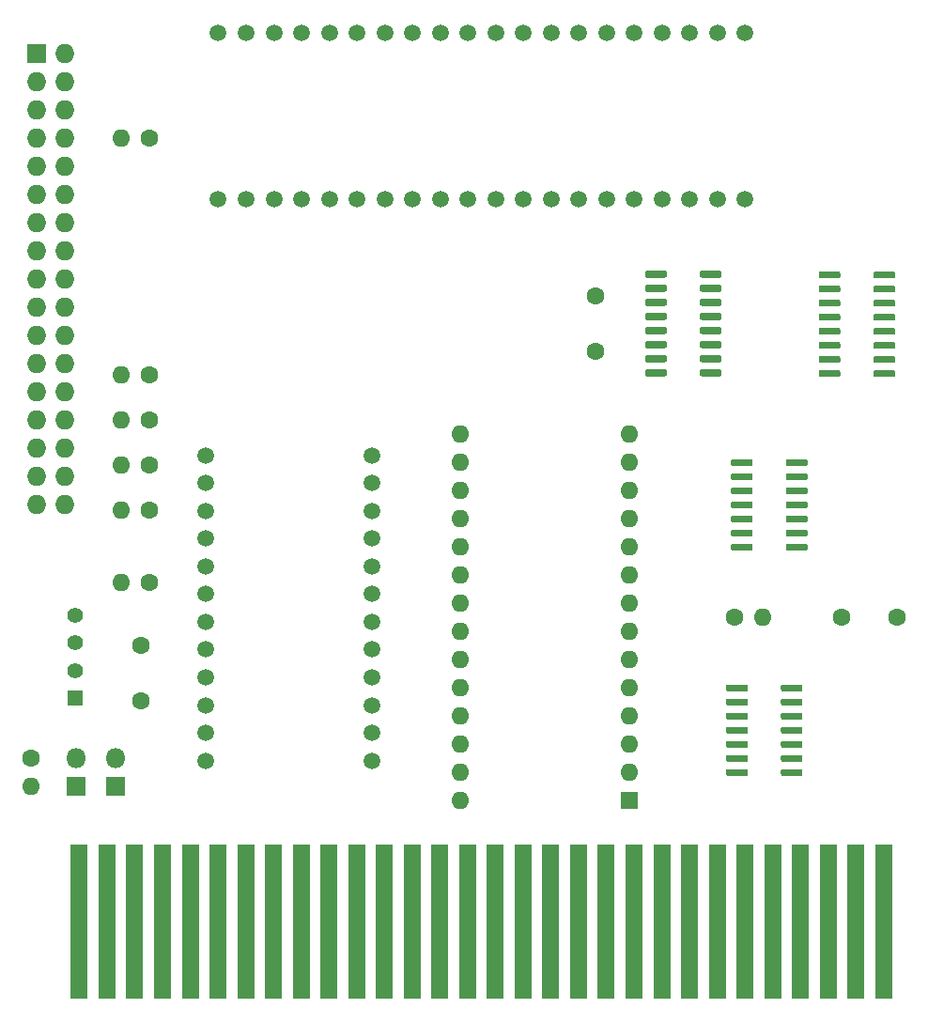
<source format=gbr>
G04 #@! TF.GenerationSoftware,KiCad,Pcbnew,(5.1.5)-3*
G04 #@! TF.CreationDate,2020-08-01T21:28:59-07:00*
G04 #@! TF.ProjectId,rk86kngmd,726b3836-6b6e-4676-9d64-2e6b69636164,rev?*
G04 #@! TF.SameCoordinates,Original*
G04 #@! TF.FileFunction,Soldermask,Bot*
G04 #@! TF.FilePolarity,Negative*
%FSLAX46Y46*%
G04 Gerber Fmt 4.6, Leading zero omitted, Abs format (unit mm)*
G04 Created by KiCad (PCBNEW (5.1.5)-3) date 2020-08-01 21:28:59*
%MOMM*%
%LPD*%
G04 APERTURE LIST*
%ADD10R,1.408000X1.408000*%
%ADD11C,1.408000*%
%ADD12C,1.600000*%
%ADD13O,1.600000X1.600000*%
%ADD14R,1.600000X1.600000*%
%ADD15R,1.500000X14.000000*%
%ADD16C,0.100000*%
%ADD17O,1.800000X1.800000*%
%ADD18R,1.800000X1.800000*%
%ADD19O,1.727200X1.727200*%
%ADD20R,1.727200X1.727200*%
%ADD21C,1.500000*%
G04 APERTURE END LIST*
D10*
X49800000Y-112000000D03*
D11*
X49800000Y-109500000D03*
X49800000Y-107000000D03*
X49800000Y-104500000D03*
D12*
X96750000Y-75750000D03*
X96750000Y-80750000D03*
X55750000Y-107250000D03*
X55750000Y-112250000D03*
D13*
X84510000Y-121250000D03*
X99750000Y-88230000D03*
X84510000Y-118710000D03*
X99750000Y-90770000D03*
X84510000Y-116170000D03*
X99750000Y-93310000D03*
X84510000Y-113630000D03*
X99750000Y-95850000D03*
X84510000Y-111090000D03*
X99750000Y-98390000D03*
X84510000Y-108550000D03*
X99750000Y-100930000D03*
X84510000Y-106010000D03*
X99750000Y-103470000D03*
X84510000Y-103470000D03*
X99750000Y-106010000D03*
X84510000Y-100930000D03*
X99750000Y-108550000D03*
X84510000Y-98390000D03*
X99750000Y-111090000D03*
X84510000Y-95850000D03*
X99750000Y-113630000D03*
X84510000Y-93310000D03*
X99750000Y-116170000D03*
X84510000Y-90770000D03*
X99750000Y-118710000D03*
X84510000Y-88230000D03*
D14*
X99750000Y-121250000D03*
D13*
X45850000Y-119970000D03*
D12*
X45850000Y-117430000D03*
D13*
X53978000Y-91014000D03*
D12*
X56518000Y-91014000D03*
D13*
X54018600Y-86950000D03*
D12*
X56558600Y-86950000D03*
D13*
X53978000Y-95078000D03*
D12*
X56518000Y-95078000D03*
D13*
X54018600Y-82886000D03*
D12*
X56558600Y-82886000D03*
D13*
X53952600Y-61524600D03*
D12*
X56492600Y-61524600D03*
D13*
X53978000Y-101555000D03*
D12*
X56518000Y-101555000D03*
D13*
X111790000Y-104705000D03*
D12*
X109250000Y-104705000D03*
D15*
X112706000Y-132162000D03*
X117706000Y-132162000D03*
X115206000Y-132162000D03*
X120206000Y-132162000D03*
X122706000Y-132162000D03*
X57706000Y-132162000D03*
X50206000Y-132162000D03*
X62706000Y-132162000D03*
X65206000Y-132162000D03*
X60206000Y-132162000D03*
X55206000Y-132162000D03*
X52706000Y-132162000D03*
X105206000Y-132162000D03*
X102706000Y-132162000D03*
X107706000Y-132162000D03*
X100206000Y-132162000D03*
X110206000Y-132162000D03*
X75206000Y-132162000D03*
X70206000Y-132162000D03*
X77706000Y-132162000D03*
X67706000Y-132162000D03*
X72706000Y-132162000D03*
X80206000Y-132162000D03*
X90206000Y-132162000D03*
X95206000Y-132162000D03*
X92706000Y-132162000D03*
X97706000Y-132162000D03*
X85206000Y-132162000D03*
X82706000Y-132162000D03*
X87706000Y-132162000D03*
D12*
X123930000Y-104730000D03*
X118930000Y-104730000D03*
D16*
G36*
X107965703Y-82383522D02*
G01*
X107980264Y-82385682D01*
X107994543Y-82389259D01*
X108008403Y-82394218D01*
X108021710Y-82400512D01*
X108034336Y-82408080D01*
X108046159Y-82416848D01*
X108057066Y-82426734D01*
X108066952Y-82437641D01*
X108075720Y-82449464D01*
X108083288Y-82462090D01*
X108089582Y-82475397D01*
X108094541Y-82489257D01*
X108098118Y-82503536D01*
X108100278Y-82518097D01*
X108101000Y-82532800D01*
X108101000Y-82832800D01*
X108100278Y-82847503D01*
X108098118Y-82862064D01*
X108094541Y-82876343D01*
X108089582Y-82890203D01*
X108083288Y-82903510D01*
X108075720Y-82916136D01*
X108066952Y-82927959D01*
X108057066Y-82938866D01*
X108046159Y-82948752D01*
X108034336Y-82957520D01*
X108021710Y-82965088D01*
X108008403Y-82971382D01*
X107994543Y-82976341D01*
X107980264Y-82979918D01*
X107965703Y-82982078D01*
X107951000Y-82982800D01*
X106301000Y-82982800D01*
X106286297Y-82982078D01*
X106271736Y-82979918D01*
X106257457Y-82976341D01*
X106243597Y-82971382D01*
X106230290Y-82965088D01*
X106217664Y-82957520D01*
X106205841Y-82948752D01*
X106194934Y-82938866D01*
X106185048Y-82927959D01*
X106176280Y-82916136D01*
X106168712Y-82903510D01*
X106162418Y-82890203D01*
X106157459Y-82876343D01*
X106153882Y-82862064D01*
X106151722Y-82847503D01*
X106151000Y-82832800D01*
X106151000Y-82532800D01*
X106151722Y-82518097D01*
X106153882Y-82503536D01*
X106157459Y-82489257D01*
X106162418Y-82475397D01*
X106168712Y-82462090D01*
X106176280Y-82449464D01*
X106185048Y-82437641D01*
X106194934Y-82426734D01*
X106205841Y-82416848D01*
X106217664Y-82408080D01*
X106230290Y-82400512D01*
X106243597Y-82394218D01*
X106257457Y-82389259D01*
X106271736Y-82385682D01*
X106286297Y-82383522D01*
X106301000Y-82382800D01*
X107951000Y-82382800D01*
X107965703Y-82383522D01*
G37*
G36*
X107965703Y-81113522D02*
G01*
X107980264Y-81115682D01*
X107994543Y-81119259D01*
X108008403Y-81124218D01*
X108021710Y-81130512D01*
X108034336Y-81138080D01*
X108046159Y-81146848D01*
X108057066Y-81156734D01*
X108066952Y-81167641D01*
X108075720Y-81179464D01*
X108083288Y-81192090D01*
X108089582Y-81205397D01*
X108094541Y-81219257D01*
X108098118Y-81233536D01*
X108100278Y-81248097D01*
X108101000Y-81262800D01*
X108101000Y-81562800D01*
X108100278Y-81577503D01*
X108098118Y-81592064D01*
X108094541Y-81606343D01*
X108089582Y-81620203D01*
X108083288Y-81633510D01*
X108075720Y-81646136D01*
X108066952Y-81657959D01*
X108057066Y-81668866D01*
X108046159Y-81678752D01*
X108034336Y-81687520D01*
X108021710Y-81695088D01*
X108008403Y-81701382D01*
X107994543Y-81706341D01*
X107980264Y-81709918D01*
X107965703Y-81712078D01*
X107951000Y-81712800D01*
X106301000Y-81712800D01*
X106286297Y-81712078D01*
X106271736Y-81709918D01*
X106257457Y-81706341D01*
X106243597Y-81701382D01*
X106230290Y-81695088D01*
X106217664Y-81687520D01*
X106205841Y-81678752D01*
X106194934Y-81668866D01*
X106185048Y-81657959D01*
X106176280Y-81646136D01*
X106168712Y-81633510D01*
X106162418Y-81620203D01*
X106157459Y-81606343D01*
X106153882Y-81592064D01*
X106151722Y-81577503D01*
X106151000Y-81562800D01*
X106151000Y-81262800D01*
X106151722Y-81248097D01*
X106153882Y-81233536D01*
X106157459Y-81219257D01*
X106162418Y-81205397D01*
X106168712Y-81192090D01*
X106176280Y-81179464D01*
X106185048Y-81167641D01*
X106194934Y-81156734D01*
X106205841Y-81146848D01*
X106217664Y-81138080D01*
X106230290Y-81130512D01*
X106243597Y-81124218D01*
X106257457Y-81119259D01*
X106271736Y-81115682D01*
X106286297Y-81113522D01*
X106301000Y-81112800D01*
X107951000Y-81112800D01*
X107965703Y-81113522D01*
G37*
G36*
X107965703Y-79843522D02*
G01*
X107980264Y-79845682D01*
X107994543Y-79849259D01*
X108008403Y-79854218D01*
X108021710Y-79860512D01*
X108034336Y-79868080D01*
X108046159Y-79876848D01*
X108057066Y-79886734D01*
X108066952Y-79897641D01*
X108075720Y-79909464D01*
X108083288Y-79922090D01*
X108089582Y-79935397D01*
X108094541Y-79949257D01*
X108098118Y-79963536D01*
X108100278Y-79978097D01*
X108101000Y-79992800D01*
X108101000Y-80292800D01*
X108100278Y-80307503D01*
X108098118Y-80322064D01*
X108094541Y-80336343D01*
X108089582Y-80350203D01*
X108083288Y-80363510D01*
X108075720Y-80376136D01*
X108066952Y-80387959D01*
X108057066Y-80398866D01*
X108046159Y-80408752D01*
X108034336Y-80417520D01*
X108021710Y-80425088D01*
X108008403Y-80431382D01*
X107994543Y-80436341D01*
X107980264Y-80439918D01*
X107965703Y-80442078D01*
X107951000Y-80442800D01*
X106301000Y-80442800D01*
X106286297Y-80442078D01*
X106271736Y-80439918D01*
X106257457Y-80436341D01*
X106243597Y-80431382D01*
X106230290Y-80425088D01*
X106217664Y-80417520D01*
X106205841Y-80408752D01*
X106194934Y-80398866D01*
X106185048Y-80387959D01*
X106176280Y-80376136D01*
X106168712Y-80363510D01*
X106162418Y-80350203D01*
X106157459Y-80336343D01*
X106153882Y-80322064D01*
X106151722Y-80307503D01*
X106151000Y-80292800D01*
X106151000Y-79992800D01*
X106151722Y-79978097D01*
X106153882Y-79963536D01*
X106157459Y-79949257D01*
X106162418Y-79935397D01*
X106168712Y-79922090D01*
X106176280Y-79909464D01*
X106185048Y-79897641D01*
X106194934Y-79886734D01*
X106205841Y-79876848D01*
X106217664Y-79868080D01*
X106230290Y-79860512D01*
X106243597Y-79854218D01*
X106257457Y-79849259D01*
X106271736Y-79845682D01*
X106286297Y-79843522D01*
X106301000Y-79842800D01*
X107951000Y-79842800D01*
X107965703Y-79843522D01*
G37*
G36*
X107965703Y-78573522D02*
G01*
X107980264Y-78575682D01*
X107994543Y-78579259D01*
X108008403Y-78584218D01*
X108021710Y-78590512D01*
X108034336Y-78598080D01*
X108046159Y-78606848D01*
X108057066Y-78616734D01*
X108066952Y-78627641D01*
X108075720Y-78639464D01*
X108083288Y-78652090D01*
X108089582Y-78665397D01*
X108094541Y-78679257D01*
X108098118Y-78693536D01*
X108100278Y-78708097D01*
X108101000Y-78722800D01*
X108101000Y-79022800D01*
X108100278Y-79037503D01*
X108098118Y-79052064D01*
X108094541Y-79066343D01*
X108089582Y-79080203D01*
X108083288Y-79093510D01*
X108075720Y-79106136D01*
X108066952Y-79117959D01*
X108057066Y-79128866D01*
X108046159Y-79138752D01*
X108034336Y-79147520D01*
X108021710Y-79155088D01*
X108008403Y-79161382D01*
X107994543Y-79166341D01*
X107980264Y-79169918D01*
X107965703Y-79172078D01*
X107951000Y-79172800D01*
X106301000Y-79172800D01*
X106286297Y-79172078D01*
X106271736Y-79169918D01*
X106257457Y-79166341D01*
X106243597Y-79161382D01*
X106230290Y-79155088D01*
X106217664Y-79147520D01*
X106205841Y-79138752D01*
X106194934Y-79128866D01*
X106185048Y-79117959D01*
X106176280Y-79106136D01*
X106168712Y-79093510D01*
X106162418Y-79080203D01*
X106157459Y-79066343D01*
X106153882Y-79052064D01*
X106151722Y-79037503D01*
X106151000Y-79022800D01*
X106151000Y-78722800D01*
X106151722Y-78708097D01*
X106153882Y-78693536D01*
X106157459Y-78679257D01*
X106162418Y-78665397D01*
X106168712Y-78652090D01*
X106176280Y-78639464D01*
X106185048Y-78627641D01*
X106194934Y-78616734D01*
X106205841Y-78606848D01*
X106217664Y-78598080D01*
X106230290Y-78590512D01*
X106243597Y-78584218D01*
X106257457Y-78579259D01*
X106271736Y-78575682D01*
X106286297Y-78573522D01*
X106301000Y-78572800D01*
X107951000Y-78572800D01*
X107965703Y-78573522D01*
G37*
G36*
X107965703Y-77303522D02*
G01*
X107980264Y-77305682D01*
X107994543Y-77309259D01*
X108008403Y-77314218D01*
X108021710Y-77320512D01*
X108034336Y-77328080D01*
X108046159Y-77336848D01*
X108057066Y-77346734D01*
X108066952Y-77357641D01*
X108075720Y-77369464D01*
X108083288Y-77382090D01*
X108089582Y-77395397D01*
X108094541Y-77409257D01*
X108098118Y-77423536D01*
X108100278Y-77438097D01*
X108101000Y-77452800D01*
X108101000Y-77752800D01*
X108100278Y-77767503D01*
X108098118Y-77782064D01*
X108094541Y-77796343D01*
X108089582Y-77810203D01*
X108083288Y-77823510D01*
X108075720Y-77836136D01*
X108066952Y-77847959D01*
X108057066Y-77858866D01*
X108046159Y-77868752D01*
X108034336Y-77877520D01*
X108021710Y-77885088D01*
X108008403Y-77891382D01*
X107994543Y-77896341D01*
X107980264Y-77899918D01*
X107965703Y-77902078D01*
X107951000Y-77902800D01*
X106301000Y-77902800D01*
X106286297Y-77902078D01*
X106271736Y-77899918D01*
X106257457Y-77896341D01*
X106243597Y-77891382D01*
X106230290Y-77885088D01*
X106217664Y-77877520D01*
X106205841Y-77868752D01*
X106194934Y-77858866D01*
X106185048Y-77847959D01*
X106176280Y-77836136D01*
X106168712Y-77823510D01*
X106162418Y-77810203D01*
X106157459Y-77796343D01*
X106153882Y-77782064D01*
X106151722Y-77767503D01*
X106151000Y-77752800D01*
X106151000Y-77452800D01*
X106151722Y-77438097D01*
X106153882Y-77423536D01*
X106157459Y-77409257D01*
X106162418Y-77395397D01*
X106168712Y-77382090D01*
X106176280Y-77369464D01*
X106185048Y-77357641D01*
X106194934Y-77346734D01*
X106205841Y-77336848D01*
X106217664Y-77328080D01*
X106230290Y-77320512D01*
X106243597Y-77314218D01*
X106257457Y-77309259D01*
X106271736Y-77305682D01*
X106286297Y-77303522D01*
X106301000Y-77302800D01*
X107951000Y-77302800D01*
X107965703Y-77303522D01*
G37*
G36*
X107965703Y-76033522D02*
G01*
X107980264Y-76035682D01*
X107994543Y-76039259D01*
X108008403Y-76044218D01*
X108021710Y-76050512D01*
X108034336Y-76058080D01*
X108046159Y-76066848D01*
X108057066Y-76076734D01*
X108066952Y-76087641D01*
X108075720Y-76099464D01*
X108083288Y-76112090D01*
X108089582Y-76125397D01*
X108094541Y-76139257D01*
X108098118Y-76153536D01*
X108100278Y-76168097D01*
X108101000Y-76182800D01*
X108101000Y-76482800D01*
X108100278Y-76497503D01*
X108098118Y-76512064D01*
X108094541Y-76526343D01*
X108089582Y-76540203D01*
X108083288Y-76553510D01*
X108075720Y-76566136D01*
X108066952Y-76577959D01*
X108057066Y-76588866D01*
X108046159Y-76598752D01*
X108034336Y-76607520D01*
X108021710Y-76615088D01*
X108008403Y-76621382D01*
X107994543Y-76626341D01*
X107980264Y-76629918D01*
X107965703Y-76632078D01*
X107951000Y-76632800D01*
X106301000Y-76632800D01*
X106286297Y-76632078D01*
X106271736Y-76629918D01*
X106257457Y-76626341D01*
X106243597Y-76621382D01*
X106230290Y-76615088D01*
X106217664Y-76607520D01*
X106205841Y-76598752D01*
X106194934Y-76588866D01*
X106185048Y-76577959D01*
X106176280Y-76566136D01*
X106168712Y-76553510D01*
X106162418Y-76540203D01*
X106157459Y-76526343D01*
X106153882Y-76512064D01*
X106151722Y-76497503D01*
X106151000Y-76482800D01*
X106151000Y-76182800D01*
X106151722Y-76168097D01*
X106153882Y-76153536D01*
X106157459Y-76139257D01*
X106162418Y-76125397D01*
X106168712Y-76112090D01*
X106176280Y-76099464D01*
X106185048Y-76087641D01*
X106194934Y-76076734D01*
X106205841Y-76066848D01*
X106217664Y-76058080D01*
X106230290Y-76050512D01*
X106243597Y-76044218D01*
X106257457Y-76039259D01*
X106271736Y-76035682D01*
X106286297Y-76033522D01*
X106301000Y-76032800D01*
X107951000Y-76032800D01*
X107965703Y-76033522D01*
G37*
G36*
X107965703Y-74763522D02*
G01*
X107980264Y-74765682D01*
X107994543Y-74769259D01*
X108008403Y-74774218D01*
X108021710Y-74780512D01*
X108034336Y-74788080D01*
X108046159Y-74796848D01*
X108057066Y-74806734D01*
X108066952Y-74817641D01*
X108075720Y-74829464D01*
X108083288Y-74842090D01*
X108089582Y-74855397D01*
X108094541Y-74869257D01*
X108098118Y-74883536D01*
X108100278Y-74898097D01*
X108101000Y-74912800D01*
X108101000Y-75212800D01*
X108100278Y-75227503D01*
X108098118Y-75242064D01*
X108094541Y-75256343D01*
X108089582Y-75270203D01*
X108083288Y-75283510D01*
X108075720Y-75296136D01*
X108066952Y-75307959D01*
X108057066Y-75318866D01*
X108046159Y-75328752D01*
X108034336Y-75337520D01*
X108021710Y-75345088D01*
X108008403Y-75351382D01*
X107994543Y-75356341D01*
X107980264Y-75359918D01*
X107965703Y-75362078D01*
X107951000Y-75362800D01*
X106301000Y-75362800D01*
X106286297Y-75362078D01*
X106271736Y-75359918D01*
X106257457Y-75356341D01*
X106243597Y-75351382D01*
X106230290Y-75345088D01*
X106217664Y-75337520D01*
X106205841Y-75328752D01*
X106194934Y-75318866D01*
X106185048Y-75307959D01*
X106176280Y-75296136D01*
X106168712Y-75283510D01*
X106162418Y-75270203D01*
X106157459Y-75256343D01*
X106153882Y-75242064D01*
X106151722Y-75227503D01*
X106151000Y-75212800D01*
X106151000Y-74912800D01*
X106151722Y-74898097D01*
X106153882Y-74883536D01*
X106157459Y-74869257D01*
X106162418Y-74855397D01*
X106168712Y-74842090D01*
X106176280Y-74829464D01*
X106185048Y-74817641D01*
X106194934Y-74806734D01*
X106205841Y-74796848D01*
X106217664Y-74788080D01*
X106230290Y-74780512D01*
X106243597Y-74774218D01*
X106257457Y-74769259D01*
X106271736Y-74765682D01*
X106286297Y-74763522D01*
X106301000Y-74762800D01*
X107951000Y-74762800D01*
X107965703Y-74763522D01*
G37*
G36*
X107965703Y-73493522D02*
G01*
X107980264Y-73495682D01*
X107994543Y-73499259D01*
X108008403Y-73504218D01*
X108021710Y-73510512D01*
X108034336Y-73518080D01*
X108046159Y-73526848D01*
X108057066Y-73536734D01*
X108066952Y-73547641D01*
X108075720Y-73559464D01*
X108083288Y-73572090D01*
X108089582Y-73585397D01*
X108094541Y-73599257D01*
X108098118Y-73613536D01*
X108100278Y-73628097D01*
X108101000Y-73642800D01*
X108101000Y-73942800D01*
X108100278Y-73957503D01*
X108098118Y-73972064D01*
X108094541Y-73986343D01*
X108089582Y-74000203D01*
X108083288Y-74013510D01*
X108075720Y-74026136D01*
X108066952Y-74037959D01*
X108057066Y-74048866D01*
X108046159Y-74058752D01*
X108034336Y-74067520D01*
X108021710Y-74075088D01*
X108008403Y-74081382D01*
X107994543Y-74086341D01*
X107980264Y-74089918D01*
X107965703Y-74092078D01*
X107951000Y-74092800D01*
X106301000Y-74092800D01*
X106286297Y-74092078D01*
X106271736Y-74089918D01*
X106257457Y-74086341D01*
X106243597Y-74081382D01*
X106230290Y-74075088D01*
X106217664Y-74067520D01*
X106205841Y-74058752D01*
X106194934Y-74048866D01*
X106185048Y-74037959D01*
X106176280Y-74026136D01*
X106168712Y-74013510D01*
X106162418Y-74000203D01*
X106157459Y-73986343D01*
X106153882Y-73972064D01*
X106151722Y-73957503D01*
X106151000Y-73942800D01*
X106151000Y-73642800D01*
X106151722Y-73628097D01*
X106153882Y-73613536D01*
X106157459Y-73599257D01*
X106162418Y-73585397D01*
X106168712Y-73572090D01*
X106176280Y-73559464D01*
X106185048Y-73547641D01*
X106194934Y-73536734D01*
X106205841Y-73526848D01*
X106217664Y-73518080D01*
X106230290Y-73510512D01*
X106243597Y-73504218D01*
X106257457Y-73499259D01*
X106271736Y-73495682D01*
X106286297Y-73493522D01*
X106301000Y-73492800D01*
X107951000Y-73492800D01*
X107965703Y-73493522D01*
G37*
G36*
X103015703Y-73493522D02*
G01*
X103030264Y-73495682D01*
X103044543Y-73499259D01*
X103058403Y-73504218D01*
X103071710Y-73510512D01*
X103084336Y-73518080D01*
X103096159Y-73526848D01*
X103107066Y-73536734D01*
X103116952Y-73547641D01*
X103125720Y-73559464D01*
X103133288Y-73572090D01*
X103139582Y-73585397D01*
X103144541Y-73599257D01*
X103148118Y-73613536D01*
X103150278Y-73628097D01*
X103151000Y-73642800D01*
X103151000Y-73942800D01*
X103150278Y-73957503D01*
X103148118Y-73972064D01*
X103144541Y-73986343D01*
X103139582Y-74000203D01*
X103133288Y-74013510D01*
X103125720Y-74026136D01*
X103116952Y-74037959D01*
X103107066Y-74048866D01*
X103096159Y-74058752D01*
X103084336Y-74067520D01*
X103071710Y-74075088D01*
X103058403Y-74081382D01*
X103044543Y-74086341D01*
X103030264Y-74089918D01*
X103015703Y-74092078D01*
X103001000Y-74092800D01*
X101351000Y-74092800D01*
X101336297Y-74092078D01*
X101321736Y-74089918D01*
X101307457Y-74086341D01*
X101293597Y-74081382D01*
X101280290Y-74075088D01*
X101267664Y-74067520D01*
X101255841Y-74058752D01*
X101244934Y-74048866D01*
X101235048Y-74037959D01*
X101226280Y-74026136D01*
X101218712Y-74013510D01*
X101212418Y-74000203D01*
X101207459Y-73986343D01*
X101203882Y-73972064D01*
X101201722Y-73957503D01*
X101201000Y-73942800D01*
X101201000Y-73642800D01*
X101201722Y-73628097D01*
X101203882Y-73613536D01*
X101207459Y-73599257D01*
X101212418Y-73585397D01*
X101218712Y-73572090D01*
X101226280Y-73559464D01*
X101235048Y-73547641D01*
X101244934Y-73536734D01*
X101255841Y-73526848D01*
X101267664Y-73518080D01*
X101280290Y-73510512D01*
X101293597Y-73504218D01*
X101307457Y-73499259D01*
X101321736Y-73495682D01*
X101336297Y-73493522D01*
X101351000Y-73492800D01*
X103001000Y-73492800D01*
X103015703Y-73493522D01*
G37*
G36*
X103015703Y-74763522D02*
G01*
X103030264Y-74765682D01*
X103044543Y-74769259D01*
X103058403Y-74774218D01*
X103071710Y-74780512D01*
X103084336Y-74788080D01*
X103096159Y-74796848D01*
X103107066Y-74806734D01*
X103116952Y-74817641D01*
X103125720Y-74829464D01*
X103133288Y-74842090D01*
X103139582Y-74855397D01*
X103144541Y-74869257D01*
X103148118Y-74883536D01*
X103150278Y-74898097D01*
X103151000Y-74912800D01*
X103151000Y-75212800D01*
X103150278Y-75227503D01*
X103148118Y-75242064D01*
X103144541Y-75256343D01*
X103139582Y-75270203D01*
X103133288Y-75283510D01*
X103125720Y-75296136D01*
X103116952Y-75307959D01*
X103107066Y-75318866D01*
X103096159Y-75328752D01*
X103084336Y-75337520D01*
X103071710Y-75345088D01*
X103058403Y-75351382D01*
X103044543Y-75356341D01*
X103030264Y-75359918D01*
X103015703Y-75362078D01*
X103001000Y-75362800D01*
X101351000Y-75362800D01*
X101336297Y-75362078D01*
X101321736Y-75359918D01*
X101307457Y-75356341D01*
X101293597Y-75351382D01*
X101280290Y-75345088D01*
X101267664Y-75337520D01*
X101255841Y-75328752D01*
X101244934Y-75318866D01*
X101235048Y-75307959D01*
X101226280Y-75296136D01*
X101218712Y-75283510D01*
X101212418Y-75270203D01*
X101207459Y-75256343D01*
X101203882Y-75242064D01*
X101201722Y-75227503D01*
X101201000Y-75212800D01*
X101201000Y-74912800D01*
X101201722Y-74898097D01*
X101203882Y-74883536D01*
X101207459Y-74869257D01*
X101212418Y-74855397D01*
X101218712Y-74842090D01*
X101226280Y-74829464D01*
X101235048Y-74817641D01*
X101244934Y-74806734D01*
X101255841Y-74796848D01*
X101267664Y-74788080D01*
X101280290Y-74780512D01*
X101293597Y-74774218D01*
X101307457Y-74769259D01*
X101321736Y-74765682D01*
X101336297Y-74763522D01*
X101351000Y-74762800D01*
X103001000Y-74762800D01*
X103015703Y-74763522D01*
G37*
G36*
X103015703Y-76033522D02*
G01*
X103030264Y-76035682D01*
X103044543Y-76039259D01*
X103058403Y-76044218D01*
X103071710Y-76050512D01*
X103084336Y-76058080D01*
X103096159Y-76066848D01*
X103107066Y-76076734D01*
X103116952Y-76087641D01*
X103125720Y-76099464D01*
X103133288Y-76112090D01*
X103139582Y-76125397D01*
X103144541Y-76139257D01*
X103148118Y-76153536D01*
X103150278Y-76168097D01*
X103151000Y-76182800D01*
X103151000Y-76482800D01*
X103150278Y-76497503D01*
X103148118Y-76512064D01*
X103144541Y-76526343D01*
X103139582Y-76540203D01*
X103133288Y-76553510D01*
X103125720Y-76566136D01*
X103116952Y-76577959D01*
X103107066Y-76588866D01*
X103096159Y-76598752D01*
X103084336Y-76607520D01*
X103071710Y-76615088D01*
X103058403Y-76621382D01*
X103044543Y-76626341D01*
X103030264Y-76629918D01*
X103015703Y-76632078D01*
X103001000Y-76632800D01*
X101351000Y-76632800D01*
X101336297Y-76632078D01*
X101321736Y-76629918D01*
X101307457Y-76626341D01*
X101293597Y-76621382D01*
X101280290Y-76615088D01*
X101267664Y-76607520D01*
X101255841Y-76598752D01*
X101244934Y-76588866D01*
X101235048Y-76577959D01*
X101226280Y-76566136D01*
X101218712Y-76553510D01*
X101212418Y-76540203D01*
X101207459Y-76526343D01*
X101203882Y-76512064D01*
X101201722Y-76497503D01*
X101201000Y-76482800D01*
X101201000Y-76182800D01*
X101201722Y-76168097D01*
X101203882Y-76153536D01*
X101207459Y-76139257D01*
X101212418Y-76125397D01*
X101218712Y-76112090D01*
X101226280Y-76099464D01*
X101235048Y-76087641D01*
X101244934Y-76076734D01*
X101255841Y-76066848D01*
X101267664Y-76058080D01*
X101280290Y-76050512D01*
X101293597Y-76044218D01*
X101307457Y-76039259D01*
X101321736Y-76035682D01*
X101336297Y-76033522D01*
X101351000Y-76032800D01*
X103001000Y-76032800D01*
X103015703Y-76033522D01*
G37*
G36*
X103015703Y-77303522D02*
G01*
X103030264Y-77305682D01*
X103044543Y-77309259D01*
X103058403Y-77314218D01*
X103071710Y-77320512D01*
X103084336Y-77328080D01*
X103096159Y-77336848D01*
X103107066Y-77346734D01*
X103116952Y-77357641D01*
X103125720Y-77369464D01*
X103133288Y-77382090D01*
X103139582Y-77395397D01*
X103144541Y-77409257D01*
X103148118Y-77423536D01*
X103150278Y-77438097D01*
X103151000Y-77452800D01*
X103151000Y-77752800D01*
X103150278Y-77767503D01*
X103148118Y-77782064D01*
X103144541Y-77796343D01*
X103139582Y-77810203D01*
X103133288Y-77823510D01*
X103125720Y-77836136D01*
X103116952Y-77847959D01*
X103107066Y-77858866D01*
X103096159Y-77868752D01*
X103084336Y-77877520D01*
X103071710Y-77885088D01*
X103058403Y-77891382D01*
X103044543Y-77896341D01*
X103030264Y-77899918D01*
X103015703Y-77902078D01*
X103001000Y-77902800D01*
X101351000Y-77902800D01*
X101336297Y-77902078D01*
X101321736Y-77899918D01*
X101307457Y-77896341D01*
X101293597Y-77891382D01*
X101280290Y-77885088D01*
X101267664Y-77877520D01*
X101255841Y-77868752D01*
X101244934Y-77858866D01*
X101235048Y-77847959D01*
X101226280Y-77836136D01*
X101218712Y-77823510D01*
X101212418Y-77810203D01*
X101207459Y-77796343D01*
X101203882Y-77782064D01*
X101201722Y-77767503D01*
X101201000Y-77752800D01*
X101201000Y-77452800D01*
X101201722Y-77438097D01*
X101203882Y-77423536D01*
X101207459Y-77409257D01*
X101212418Y-77395397D01*
X101218712Y-77382090D01*
X101226280Y-77369464D01*
X101235048Y-77357641D01*
X101244934Y-77346734D01*
X101255841Y-77336848D01*
X101267664Y-77328080D01*
X101280290Y-77320512D01*
X101293597Y-77314218D01*
X101307457Y-77309259D01*
X101321736Y-77305682D01*
X101336297Y-77303522D01*
X101351000Y-77302800D01*
X103001000Y-77302800D01*
X103015703Y-77303522D01*
G37*
G36*
X103015703Y-78573522D02*
G01*
X103030264Y-78575682D01*
X103044543Y-78579259D01*
X103058403Y-78584218D01*
X103071710Y-78590512D01*
X103084336Y-78598080D01*
X103096159Y-78606848D01*
X103107066Y-78616734D01*
X103116952Y-78627641D01*
X103125720Y-78639464D01*
X103133288Y-78652090D01*
X103139582Y-78665397D01*
X103144541Y-78679257D01*
X103148118Y-78693536D01*
X103150278Y-78708097D01*
X103151000Y-78722800D01*
X103151000Y-79022800D01*
X103150278Y-79037503D01*
X103148118Y-79052064D01*
X103144541Y-79066343D01*
X103139582Y-79080203D01*
X103133288Y-79093510D01*
X103125720Y-79106136D01*
X103116952Y-79117959D01*
X103107066Y-79128866D01*
X103096159Y-79138752D01*
X103084336Y-79147520D01*
X103071710Y-79155088D01*
X103058403Y-79161382D01*
X103044543Y-79166341D01*
X103030264Y-79169918D01*
X103015703Y-79172078D01*
X103001000Y-79172800D01*
X101351000Y-79172800D01*
X101336297Y-79172078D01*
X101321736Y-79169918D01*
X101307457Y-79166341D01*
X101293597Y-79161382D01*
X101280290Y-79155088D01*
X101267664Y-79147520D01*
X101255841Y-79138752D01*
X101244934Y-79128866D01*
X101235048Y-79117959D01*
X101226280Y-79106136D01*
X101218712Y-79093510D01*
X101212418Y-79080203D01*
X101207459Y-79066343D01*
X101203882Y-79052064D01*
X101201722Y-79037503D01*
X101201000Y-79022800D01*
X101201000Y-78722800D01*
X101201722Y-78708097D01*
X101203882Y-78693536D01*
X101207459Y-78679257D01*
X101212418Y-78665397D01*
X101218712Y-78652090D01*
X101226280Y-78639464D01*
X101235048Y-78627641D01*
X101244934Y-78616734D01*
X101255841Y-78606848D01*
X101267664Y-78598080D01*
X101280290Y-78590512D01*
X101293597Y-78584218D01*
X101307457Y-78579259D01*
X101321736Y-78575682D01*
X101336297Y-78573522D01*
X101351000Y-78572800D01*
X103001000Y-78572800D01*
X103015703Y-78573522D01*
G37*
G36*
X103015703Y-79843522D02*
G01*
X103030264Y-79845682D01*
X103044543Y-79849259D01*
X103058403Y-79854218D01*
X103071710Y-79860512D01*
X103084336Y-79868080D01*
X103096159Y-79876848D01*
X103107066Y-79886734D01*
X103116952Y-79897641D01*
X103125720Y-79909464D01*
X103133288Y-79922090D01*
X103139582Y-79935397D01*
X103144541Y-79949257D01*
X103148118Y-79963536D01*
X103150278Y-79978097D01*
X103151000Y-79992800D01*
X103151000Y-80292800D01*
X103150278Y-80307503D01*
X103148118Y-80322064D01*
X103144541Y-80336343D01*
X103139582Y-80350203D01*
X103133288Y-80363510D01*
X103125720Y-80376136D01*
X103116952Y-80387959D01*
X103107066Y-80398866D01*
X103096159Y-80408752D01*
X103084336Y-80417520D01*
X103071710Y-80425088D01*
X103058403Y-80431382D01*
X103044543Y-80436341D01*
X103030264Y-80439918D01*
X103015703Y-80442078D01*
X103001000Y-80442800D01*
X101351000Y-80442800D01*
X101336297Y-80442078D01*
X101321736Y-80439918D01*
X101307457Y-80436341D01*
X101293597Y-80431382D01*
X101280290Y-80425088D01*
X101267664Y-80417520D01*
X101255841Y-80408752D01*
X101244934Y-80398866D01*
X101235048Y-80387959D01*
X101226280Y-80376136D01*
X101218712Y-80363510D01*
X101212418Y-80350203D01*
X101207459Y-80336343D01*
X101203882Y-80322064D01*
X101201722Y-80307503D01*
X101201000Y-80292800D01*
X101201000Y-79992800D01*
X101201722Y-79978097D01*
X101203882Y-79963536D01*
X101207459Y-79949257D01*
X101212418Y-79935397D01*
X101218712Y-79922090D01*
X101226280Y-79909464D01*
X101235048Y-79897641D01*
X101244934Y-79886734D01*
X101255841Y-79876848D01*
X101267664Y-79868080D01*
X101280290Y-79860512D01*
X101293597Y-79854218D01*
X101307457Y-79849259D01*
X101321736Y-79845682D01*
X101336297Y-79843522D01*
X101351000Y-79842800D01*
X103001000Y-79842800D01*
X103015703Y-79843522D01*
G37*
G36*
X103015703Y-81113522D02*
G01*
X103030264Y-81115682D01*
X103044543Y-81119259D01*
X103058403Y-81124218D01*
X103071710Y-81130512D01*
X103084336Y-81138080D01*
X103096159Y-81146848D01*
X103107066Y-81156734D01*
X103116952Y-81167641D01*
X103125720Y-81179464D01*
X103133288Y-81192090D01*
X103139582Y-81205397D01*
X103144541Y-81219257D01*
X103148118Y-81233536D01*
X103150278Y-81248097D01*
X103151000Y-81262800D01*
X103151000Y-81562800D01*
X103150278Y-81577503D01*
X103148118Y-81592064D01*
X103144541Y-81606343D01*
X103139582Y-81620203D01*
X103133288Y-81633510D01*
X103125720Y-81646136D01*
X103116952Y-81657959D01*
X103107066Y-81668866D01*
X103096159Y-81678752D01*
X103084336Y-81687520D01*
X103071710Y-81695088D01*
X103058403Y-81701382D01*
X103044543Y-81706341D01*
X103030264Y-81709918D01*
X103015703Y-81712078D01*
X103001000Y-81712800D01*
X101351000Y-81712800D01*
X101336297Y-81712078D01*
X101321736Y-81709918D01*
X101307457Y-81706341D01*
X101293597Y-81701382D01*
X101280290Y-81695088D01*
X101267664Y-81687520D01*
X101255841Y-81678752D01*
X101244934Y-81668866D01*
X101235048Y-81657959D01*
X101226280Y-81646136D01*
X101218712Y-81633510D01*
X101212418Y-81620203D01*
X101207459Y-81606343D01*
X101203882Y-81592064D01*
X101201722Y-81577503D01*
X101201000Y-81562800D01*
X101201000Y-81262800D01*
X101201722Y-81248097D01*
X101203882Y-81233536D01*
X101207459Y-81219257D01*
X101212418Y-81205397D01*
X101218712Y-81192090D01*
X101226280Y-81179464D01*
X101235048Y-81167641D01*
X101244934Y-81156734D01*
X101255841Y-81146848D01*
X101267664Y-81138080D01*
X101280290Y-81130512D01*
X101293597Y-81124218D01*
X101307457Y-81119259D01*
X101321736Y-81115682D01*
X101336297Y-81113522D01*
X101351000Y-81112800D01*
X103001000Y-81112800D01*
X103015703Y-81113522D01*
G37*
G36*
X103015703Y-82383522D02*
G01*
X103030264Y-82385682D01*
X103044543Y-82389259D01*
X103058403Y-82394218D01*
X103071710Y-82400512D01*
X103084336Y-82408080D01*
X103096159Y-82416848D01*
X103107066Y-82426734D01*
X103116952Y-82437641D01*
X103125720Y-82449464D01*
X103133288Y-82462090D01*
X103139582Y-82475397D01*
X103144541Y-82489257D01*
X103148118Y-82503536D01*
X103150278Y-82518097D01*
X103151000Y-82532800D01*
X103151000Y-82832800D01*
X103150278Y-82847503D01*
X103148118Y-82862064D01*
X103144541Y-82876343D01*
X103139582Y-82890203D01*
X103133288Y-82903510D01*
X103125720Y-82916136D01*
X103116952Y-82927959D01*
X103107066Y-82938866D01*
X103096159Y-82948752D01*
X103084336Y-82957520D01*
X103071710Y-82965088D01*
X103058403Y-82971382D01*
X103044543Y-82976341D01*
X103030264Y-82979918D01*
X103015703Y-82982078D01*
X103001000Y-82982800D01*
X101351000Y-82982800D01*
X101336297Y-82982078D01*
X101321736Y-82979918D01*
X101307457Y-82976341D01*
X101293597Y-82971382D01*
X101280290Y-82965088D01*
X101267664Y-82957520D01*
X101255841Y-82948752D01*
X101244934Y-82938866D01*
X101235048Y-82927959D01*
X101226280Y-82916136D01*
X101218712Y-82903510D01*
X101212418Y-82890203D01*
X101207459Y-82876343D01*
X101203882Y-82862064D01*
X101201722Y-82847503D01*
X101201000Y-82832800D01*
X101201000Y-82532800D01*
X101201722Y-82518097D01*
X101203882Y-82503536D01*
X101207459Y-82489257D01*
X101212418Y-82475397D01*
X101218712Y-82462090D01*
X101226280Y-82449464D01*
X101235048Y-82437641D01*
X101244934Y-82426734D01*
X101255841Y-82416848D01*
X101267664Y-82408080D01*
X101280290Y-82400512D01*
X101293597Y-82394218D01*
X101307457Y-82389259D01*
X101321736Y-82385682D01*
X101336297Y-82383522D01*
X101351000Y-82382800D01*
X103001000Y-82382800D01*
X103015703Y-82383522D01*
G37*
G36*
X123611703Y-82447022D02*
G01*
X123626264Y-82449182D01*
X123640543Y-82452759D01*
X123654403Y-82457718D01*
X123667710Y-82464012D01*
X123680336Y-82471580D01*
X123692159Y-82480348D01*
X123703066Y-82490234D01*
X123712952Y-82501141D01*
X123721720Y-82512964D01*
X123729288Y-82525590D01*
X123735582Y-82538897D01*
X123740541Y-82552757D01*
X123744118Y-82567036D01*
X123746278Y-82581597D01*
X123747000Y-82596300D01*
X123747000Y-82896300D01*
X123746278Y-82911003D01*
X123744118Y-82925564D01*
X123740541Y-82939843D01*
X123735582Y-82953703D01*
X123729288Y-82967010D01*
X123721720Y-82979636D01*
X123712952Y-82991459D01*
X123703066Y-83002366D01*
X123692159Y-83012252D01*
X123680336Y-83021020D01*
X123667710Y-83028588D01*
X123654403Y-83034882D01*
X123640543Y-83039841D01*
X123626264Y-83043418D01*
X123611703Y-83045578D01*
X123597000Y-83046300D01*
X121947000Y-83046300D01*
X121932297Y-83045578D01*
X121917736Y-83043418D01*
X121903457Y-83039841D01*
X121889597Y-83034882D01*
X121876290Y-83028588D01*
X121863664Y-83021020D01*
X121851841Y-83012252D01*
X121840934Y-83002366D01*
X121831048Y-82991459D01*
X121822280Y-82979636D01*
X121814712Y-82967010D01*
X121808418Y-82953703D01*
X121803459Y-82939843D01*
X121799882Y-82925564D01*
X121797722Y-82911003D01*
X121797000Y-82896300D01*
X121797000Y-82596300D01*
X121797722Y-82581597D01*
X121799882Y-82567036D01*
X121803459Y-82552757D01*
X121808418Y-82538897D01*
X121814712Y-82525590D01*
X121822280Y-82512964D01*
X121831048Y-82501141D01*
X121840934Y-82490234D01*
X121851841Y-82480348D01*
X121863664Y-82471580D01*
X121876290Y-82464012D01*
X121889597Y-82457718D01*
X121903457Y-82452759D01*
X121917736Y-82449182D01*
X121932297Y-82447022D01*
X121947000Y-82446300D01*
X123597000Y-82446300D01*
X123611703Y-82447022D01*
G37*
G36*
X123611703Y-81177022D02*
G01*
X123626264Y-81179182D01*
X123640543Y-81182759D01*
X123654403Y-81187718D01*
X123667710Y-81194012D01*
X123680336Y-81201580D01*
X123692159Y-81210348D01*
X123703066Y-81220234D01*
X123712952Y-81231141D01*
X123721720Y-81242964D01*
X123729288Y-81255590D01*
X123735582Y-81268897D01*
X123740541Y-81282757D01*
X123744118Y-81297036D01*
X123746278Y-81311597D01*
X123747000Y-81326300D01*
X123747000Y-81626300D01*
X123746278Y-81641003D01*
X123744118Y-81655564D01*
X123740541Y-81669843D01*
X123735582Y-81683703D01*
X123729288Y-81697010D01*
X123721720Y-81709636D01*
X123712952Y-81721459D01*
X123703066Y-81732366D01*
X123692159Y-81742252D01*
X123680336Y-81751020D01*
X123667710Y-81758588D01*
X123654403Y-81764882D01*
X123640543Y-81769841D01*
X123626264Y-81773418D01*
X123611703Y-81775578D01*
X123597000Y-81776300D01*
X121947000Y-81776300D01*
X121932297Y-81775578D01*
X121917736Y-81773418D01*
X121903457Y-81769841D01*
X121889597Y-81764882D01*
X121876290Y-81758588D01*
X121863664Y-81751020D01*
X121851841Y-81742252D01*
X121840934Y-81732366D01*
X121831048Y-81721459D01*
X121822280Y-81709636D01*
X121814712Y-81697010D01*
X121808418Y-81683703D01*
X121803459Y-81669843D01*
X121799882Y-81655564D01*
X121797722Y-81641003D01*
X121797000Y-81626300D01*
X121797000Y-81326300D01*
X121797722Y-81311597D01*
X121799882Y-81297036D01*
X121803459Y-81282757D01*
X121808418Y-81268897D01*
X121814712Y-81255590D01*
X121822280Y-81242964D01*
X121831048Y-81231141D01*
X121840934Y-81220234D01*
X121851841Y-81210348D01*
X121863664Y-81201580D01*
X121876290Y-81194012D01*
X121889597Y-81187718D01*
X121903457Y-81182759D01*
X121917736Y-81179182D01*
X121932297Y-81177022D01*
X121947000Y-81176300D01*
X123597000Y-81176300D01*
X123611703Y-81177022D01*
G37*
G36*
X123611703Y-79907022D02*
G01*
X123626264Y-79909182D01*
X123640543Y-79912759D01*
X123654403Y-79917718D01*
X123667710Y-79924012D01*
X123680336Y-79931580D01*
X123692159Y-79940348D01*
X123703066Y-79950234D01*
X123712952Y-79961141D01*
X123721720Y-79972964D01*
X123729288Y-79985590D01*
X123735582Y-79998897D01*
X123740541Y-80012757D01*
X123744118Y-80027036D01*
X123746278Y-80041597D01*
X123747000Y-80056300D01*
X123747000Y-80356300D01*
X123746278Y-80371003D01*
X123744118Y-80385564D01*
X123740541Y-80399843D01*
X123735582Y-80413703D01*
X123729288Y-80427010D01*
X123721720Y-80439636D01*
X123712952Y-80451459D01*
X123703066Y-80462366D01*
X123692159Y-80472252D01*
X123680336Y-80481020D01*
X123667710Y-80488588D01*
X123654403Y-80494882D01*
X123640543Y-80499841D01*
X123626264Y-80503418D01*
X123611703Y-80505578D01*
X123597000Y-80506300D01*
X121947000Y-80506300D01*
X121932297Y-80505578D01*
X121917736Y-80503418D01*
X121903457Y-80499841D01*
X121889597Y-80494882D01*
X121876290Y-80488588D01*
X121863664Y-80481020D01*
X121851841Y-80472252D01*
X121840934Y-80462366D01*
X121831048Y-80451459D01*
X121822280Y-80439636D01*
X121814712Y-80427010D01*
X121808418Y-80413703D01*
X121803459Y-80399843D01*
X121799882Y-80385564D01*
X121797722Y-80371003D01*
X121797000Y-80356300D01*
X121797000Y-80056300D01*
X121797722Y-80041597D01*
X121799882Y-80027036D01*
X121803459Y-80012757D01*
X121808418Y-79998897D01*
X121814712Y-79985590D01*
X121822280Y-79972964D01*
X121831048Y-79961141D01*
X121840934Y-79950234D01*
X121851841Y-79940348D01*
X121863664Y-79931580D01*
X121876290Y-79924012D01*
X121889597Y-79917718D01*
X121903457Y-79912759D01*
X121917736Y-79909182D01*
X121932297Y-79907022D01*
X121947000Y-79906300D01*
X123597000Y-79906300D01*
X123611703Y-79907022D01*
G37*
G36*
X123611703Y-78637022D02*
G01*
X123626264Y-78639182D01*
X123640543Y-78642759D01*
X123654403Y-78647718D01*
X123667710Y-78654012D01*
X123680336Y-78661580D01*
X123692159Y-78670348D01*
X123703066Y-78680234D01*
X123712952Y-78691141D01*
X123721720Y-78702964D01*
X123729288Y-78715590D01*
X123735582Y-78728897D01*
X123740541Y-78742757D01*
X123744118Y-78757036D01*
X123746278Y-78771597D01*
X123747000Y-78786300D01*
X123747000Y-79086300D01*
X123746278Y-79101003D01*
X123744118Y-79115564D01*
X123740541Y-79129843D01*
X123735582Y-79143703D01*
X123729288Y-79157010D01*
X123721720Y-79169636D01*
X123712952Y-79181459D01*
X123703066Y-79192366D01*
X123692159Y-79202252D01*
X123680336Y-79211020D01*
X123667710Y-79218588D01*
X123654403Y-79224882D01*
X123640543Y-79229841D01*
X123626264Y-79233418D01*
X123611703Y-79235578D01*
X123597000Y-79236300D01*
X121947000Y-79236300D01*
X121932297Y-79235578D01*
X121917736Y-79233418D01*
X121903457Y-79229841D01*
X121889597Y-79224882D01*
X121876290Y-79218588D01*
X121863664Y-79211020D01*
X121851841Y-79202252D01*
X121840934Y-79192366D01*
X121831048Y-79181459D01*
X121822280Y-79169636D01*
X121814712Y-79157010D01*
X121808418Y-79143703D01*
X121803459Y-79129843D01*
X121799882Y-79115564D01*
X121797722Y-79101003D01*
X121797000Y-79086300D01*
X121797000Y-78786300D01*
X121797722Y-78771597D01*
X121799882Y-78757036D01*
X121803459Y-78742757D01*
X121808418Y-78728897D01*
X121814712Y-78715590D01*
X121822280Y-78702964D01*
X121831048Y-78691141D01*
X121840934Y-78680234D01*
X121851841Y-78670348D01*
X121863664Y-78661580D01*
X121876290Y-78654012D01*
X121889597Y-78647718D01*
X121903457Y-78642759D01*
X121917736Y-78639182D01*
X121932297Y-78637022D01*
X121947000Y-78636300D01*
X123597000Y-78636300D01*
X123611703Y-78637022D01*
G37*
G36*
X123611703Y-77367022D02*
G01*
X123626264Y-77369182D01*
X123640543Y-77372759D01*
X123654403Y-77377718D01*
X123667710Y-77384012D01*
X123680336Y-77391580D01*
X123692159Y-77400348D01*
X123703066Y-77410234D01*
X123712952Y-77421141D01*
X123721720Y-77432964D01*
X123729288Y-77445590D01*
X123735582Y-77458897D01*
X123740541Y-77472757D01*
X123744118Y-77487036D01*
X123746278Y-77501597D01*
X123747000Y-77516300D01*
X123747000Y-77816300D01*
X123746278Y-77831003D01*
X123744118Y-77845564D01*
X123740541Y-77859843D01*
X123735582Y-77873703D01*
X123729288Y-77887010D01*
X123721720Y-77899636D01*
X123712952Y-77911459D01*
X123703066Y-77922366D01*
X123692159Y-77932252D01*
X123680336Y-77941020D01*
X123667710Y-77948588D01*
X123654403Y-77954882D01*
X123640543Y-77959841D01*
X123626264Y-77963418D01*
X123611703Y-77965578D01*
X123597000Y-77966300D01*
X121947000Y-77966300D01*
X121932297Y-77965578D01*
X121917736Y-77963418D01*
X121903457Y-77959841D01*
X121889597Y-77954882D01*
X121876290Y-77948588D01*
X121863664Y-77941020D01*
X121851841Y-77932252D01*
X121840934Y-77922366D01*
X121831048Y-77911459D01*
X121822280Y-77899636D01*
X121814712Y-77887010D01*
X121808418Y-77873703D01*
X121803459Y-77859843D01*
X121799882Y-77845564D01*
X121797722Y-77831003D01*
X121797000Y-77816300D01*
X121797000Y-77516300D01*
X121797722Y-77501597D01*
X121799882Y-77487036D01*
X121803459Y-77472757D01*
X121808418Y-77458897D01*
X121814712Y-77445590D01*
X121822280Y-77432964D01*
X121831048Y-77421141D01*
X121840934Y-77410234D01*
X121851841Y-77400348D01*
X121863664Y-77391580D01*
X121876290Y-77384012D01*
X121889597Y-77377718D01*
X121903457Y-77372759D01*
X121917736Y-77369182D01*
X121932297Y-77367022D01*
X121947000Y-77366300D01*
X123597000Y-77366300D01*
X123611703Y-77367022D01*
G37*
G36*
X123611703Y-76097022D02*
G01*
X123626264Y-76099182D01*
X123640543Y-76102759D01*
X123654403Y-76107718D01*
X123667710Y-76114012D01*
X123680336Y-76121580D01*
X123692159Y-76130348D01*
X123703066Y-76140234D01*
X123712952Y-76151141D01*
X123721720Y-76162964D01*
X123729288Y-76175590D01*
X123735582Y-76188897D01*
X123740541Y-76202757D01*
X123744118Y-76217036D01*
X123746278Y-76231597D01*
X123747000Y-76246300D01*
X123747000Y-76546300D01*
X123746278Y-76561003D01*
X123744118Y-76575564D01*
X123740541Y-76589843D01*
X123735582Y-76603703D01*
X123729288Y-76617010D01*
X123721720Y-76629636D01*
X123712952Y-76641459D01*
X123703066Y-76652366D01*
X123692159Y-76662252D01*
X123680336Y-76671020D01*
X123667710Y-76678588D01*
X123654403Y-76684882D01*
X123640543Y-76689841D01*
X123626264Y-76693418D01*
X123611703Y-76695578D01*
X123597000Y-76696300D01*
X121947000Y-76696300D01*
X121932297Y-76695578D01*
X121917736Y-76693418D01*
X121903457Y-76689841D01*
X121889597Y-76684882D01*
X121876290Y-76678588D01*
X121863664Y-76671020D01*
X121851841Y-76662252D01*
X121840934Y-76652366D01*
X121831048Y-76641459D01*
X121822280Y-76629636D01*
X121814712Y-76617010D01*
X121808418Y-76603703D01*
X121803459Y-76589843D01*
X121799882Y-76575564D01*
X121797722Y-76561003D01*
X121797000Y-76546300D01*
X121797000Y-76246300D01*
X121797722Y-76231597D01*
X121799882Y-76217036D01*
X121803459Y-76202757D01*
X121808418Y-76188897D01*
X121814712Y-76175590D01*
X121822280Y-76162964D01*
X121831048Y-76151141D01*
X121840934Y-76140234D01*
X121851841Y-76130348D01*
X121863664Y-76121580D01*
X121876290Y-76114012D01*
X121889597Y-76107718D01*
X121903457Y-76102759D01*
X121917736Y-76099182D01*
X121932297Y-76097022D01*
X121947000Y-76096300D01*
X123597000Y-76096300D01*
X123611703Y-76097022D01*
G37*
G36*
X123611703Y-74827022D02*
G01*
X123626264Y-74829182D01*
X123640543Y-74832759D01*
X123654403Y-74837718D01*
X123667710Y-74844012D01*
X123680336Y-74851580D01*
X123692159Y-74860348D01*
X123703066Y-74870234D01*
X123712952Y-74881141D01*
X123721720Y-74892964D01*
X123729288Y-74905590D01*
X123735582Y-74918897D01*
X123740541Y-74932757D01*
X123744118Y-74947036D01*
X123746278Y-74961597D01*
X123747000Y-74976300D01*
X123747000Y-75276300D01*
X123746278Y-75291003D01*
X123744118Y-75305564D01*
X123740541Y-75319843D01*
X123735582Y-75333703D01*
X123729288Y-75347010D01*
X123721720Y-75359636D01*
X123712952Y-75371459D01*
X123703066Y-75382366D01*
X123692159Y-75392252D01*
X123680336Y-75401020D01*
X123667710Y-75408588D01*
X123654403Y-75414882D01*
X123640543Y-75419841D01*
X123626264Y-75423418D01*
X123611703Y-75425578D01*
X123597000Y-75426300D01*
X121947000Y-75426300D01*
X121932297Y-75425578D01*
X121917736Y-75423418D01*
X121903457Y-75419841D01*
X121889597Y-75414882D01*
X121876290Y-75408588D01*
X121863664Y-75401020D01*
X121851841Y-75392252D01*
X121840934Y-75382366D01*
X121831048Y-75371459D01*
X121822280Y-75359636D01*
X121814712Y-75347010D01*
X121808418Y-75333703D01*
X121803459Y-75319843D01*
X121799882Y-75305564D01*
X121797722Y-75291003D01*
X121797000Y-75276300D01*
X121797000Y-74976300D01*
X121797722Y-74961597D01*
X121799882Y-74947036D01*
X121803459Y-74932757D01*
X121808418Y-74918897D01*
X121814712Y-74905590D01*
X121822280Y-74892964D01*
X121831048Y-74881141D01*
X121840934Y-74870234D01*
X121851841Y-74860348D01*
X121863664Y-74851580D01*
X121876290Y-74844012D01*
X121889597Y-74837718D01*
X121903457Y-74832759D01*
X121917736Y-74829182D01*
X121932297Y-74827022D01*
X121947000Y-74826300D01*
X123597000Y-74826300D01*
X123611703Y-74827022D01*
G37*
G36*
X123611703Y-73557022D02*
G01*
X123626264Y-73559182D01*
X123640543Y-73562759D01*
X123654403Y-73567718D01*
X123667710Y-73574012D01*
X123680336Y-73581580D01*
X123692159Y-73590348D01*
X123703066Y-73600234D01*
X123712952Y-73611141D01*
X123721720Y-73622964D01*
X123729288Y-73635590D01*
X123735582Y-73648897D01*
X123740541Y-73662757D01*
X123744118Y-73677036D01*
X123746278Y-73691597D01*
X123747000Y-73706300D01*
X123747000Y-74006300D01*
X123746278Y-74021003D01*
X123744118Y-74035564D01*
X123740541Y-74049843D01*
X123735582Y-74063703D01*
X123729288Y-74077010D01*
X123721720Y-74089636D01*
X123712952Y-74101459D01*
X123703066Y-74112366D01*
X123692159Y-74122252D01*
X123680336Y-74131020D01*
X123667710Y-74138588D01*
X123654403Y-74144882D01*
X123640543Y-74149841D01*
X123626264Y-74153418D01*
X123611703Y-74155578D01*
X123597000Y-74156300D01*
X121947000Y-74156300D01*
X121932297Y-74155578D01*
X121917736Y-74153418D01*
X121903457Y-74149841D01*
X121889597Y-74144882D01*
X121876290Y-74138588D01*
X121863664Y-74131020D01*
X121851841Y-74122252D01*
X121840934Y-74112366D01*
X121831048Y-74101459D01*
X121822280Y-74089636D01*
X121814712Y-74077010D01*
X121808418Y-74063703D01*
X121803459Y-74049843D01*
X121799882Y-74035564D01*
X121797722Y-74021003D01*
X121797000Y-74006300D01*
X121797000Y-73706300D01*
X121797722Y-73691597D01*
X121799882Y-73677036D01*
X121803459Y-73662757D01*
X121808418Y-73648897D01*
X121814712Y-73635590D01*
X121822280Y-73622964D01*
X121831048Y-73611141D01*
X121840934Y-73600234D01*
X121851841Y-73590348D01*
X121863664Y-73581580D01*
X121876290Y-73574012D01*
X121889597Y-73567718D01*
X121903457Y-73562759D01*
X121917736Y-73559182D01*
X121932297Y-73557022D01*
X121947000Y-73556300D01*
X123597000Y-73556300D01*
X123611703Y-73557022D01*
G37*
G36*
X118661703Y-73557022D02*
G01*
X118676264Y-73559182D01*
X118690543Y-73562759D01*
X118704403Y-73567718D01*
X118717710Y-73574012D01*
X118730336Y-73581580D01*
X118742159Y-73590348D01*
X118753066Y-73600234D01*
X118762952Y-73611141D01*
X118771720Y-73622964D01*
X118779288Y-73635590D01*
X118785582Y-73648897D01*
X118790541Y-73662757D01*
X118794118Y-73677036D01*
X118796278Y-73691597D01*
X118797000Y-73706300D01*
X118797000Y-74006300D01*
X118796278Y-74021003D01*
X118794118Y-74035564D01*
X118790541Y-74049843D01*
X118785582Y-74063703D01*
X118779288Y-74077010D01*
X118771720Y-74089636D01*
X118762952Y-74101459D01*
X118753066Y-74112366D01*
X118742159Y-74122252D01*
X118730336Y-74131020D01*
X118717710Y-74138588D01*
X118704403Y-74144882D01*
X118690543Y-74149841D01*
X118676264Y-74153418D01*
X118661703Y-74155578D01*
X118647000Y-74156300D01*
X116997000Y-74156300D01*
X116982297Y-74155578D01*
X116967736Y-74153418D01*
X116953457Y-74149841D01*
X116939597Y-74144882D01*
X116926290Y-74138588D01*
X116913664Y-74131020D01*
X116901841Y-74122252D01*
X116890934Y-74112366D01*
X116881048Y-74101459D01*
X116872280Y-74089636D01*
X116864712Y-74077010D01*
X116858418Y-74063703D01*
X116853459Y-74049843D01*
X116849882Y-74035564D01*
X116847722Y-74021003D01*
X116847000Y-74006300D01*
X116847000Y-73706300D01*
X116847722Y-73691597D01*
X116849882Y-73677036D01*
X116853459Y-73662757D01*
X116858418Y-73648897D01*
X116864712Y-73635590D01*
X116872280Y-73622964D01*
X116881048Y-73611141D01*
X116890934Y-73600234D01*
X116901841Y-73590348D01*
X116913664Y-73581580D01*
X116926290Y-73574012D01*
X116939597Y-73567718D01*
X116953457Y-73562759D01*
X116967736Y-73559182D01*
X116982297Y-73557022D01*
X116997000Y-73556300D01*
X118647000Y-73556300D01*
X118661703Y-73557022D01*
G37*
G36*
X118661703Y-74827022D02*
G01*
X118676264Y-74829182D01*
X118690543Y-74832759D01*
X118704403Y-74837718D01*
X118717710Y-74844012D01*
X118730336Y-74851580D01*
X118742159Y-74860348D01*
X118753066Y-74870234D01*
X118762952Y-74881141D01*
X118771720Y-74892964D01*
X118779288Y-74905590D01*
X118785582Y-74918897D01*
X118790541Y-74932757D01*
X118794118Y-74947036D01*
X118796278Y-74961597D01*
X118797000Y-74976300D01*
X118797000Y-75276300D01*
X118796278Y-75291003D01*
X118794118Y-75305564D01*
X118790541Y-75319843D01*
X118785582Y-75333703D01*
X118779288Y-75347010D01*
X118771720Y-75359636D01*
X118762952Y-75371459D01*
X118753066Y-75382366D01*
X118742159Y-75392252D01*
X118730336Y-75401020D01*
X118717710Y-75408588D01*
X118704403Y-75414882D01*
X118690543Y-75419841D01*
X118676264Y-75423418D01*
X118661703Y-75425578D01*
X118647000Y-75426300D01*
X116997000Y-75426300D01*
X116982297Y-75425578D01*
X116967736Y-75423418D01*
X116953457Y-75419841D01*
X116939597Y-75414882D01*
X116926290Y-75408588D01*
X116913664Y-75401020D01*
X116901841Y-75392252D01*
X116890934Y-75382366D01*
X116881048Y-75371459D01*
X116872280Y-75359636D01*
X116864712Y-75347010D01*
X116858418Y-75333703D01*
X116853459Y-75319843D01*
X116849882Y-75305564D01*
X116847722Y-75291003D01*
X116847000Y-75276300D01*
X116847000Y-74976300D01*
X116847722Y-74961597D01*
X116849882Y-74947036D01*
X116853459Y-74932757D01*
X116858418Y-74918897D01*
X116864712Y-74905590D01*
X116872280Y-74892964D01*
X116881048Y-74881141D01*
X116890934Y-74870234D01*
X116901841Y-74860348D01*
X116913664Y-74851580D01*
X116926290Y-74844012D01*
X116939597Y-74837718D01*
X116953457Y-74832759D01*
X116967736Y-74829182D01*
X116982297Y-74827022D01*
X116997000Y-74826300D01*
X118647000Y-74826300D01*
X118661703Y-74827022D01*
G37*
G36*
X118661703Y-76097022D02*
G01*
X118676264Y-76099182D01*
X118690543Y-76102759D01*
X118704403Y-76107718D01*
X118717710Y-76114012D01*
X118730336Y-76121580D01*
X118742159Y-76130348D01*
X118753066Y-76140234D01*
X118762952Y-76151141D01*
X118771720Y-76162964D01*
X118779288Y-76175590D01*
X118785582Y-76188897D01*
X118790541Y-76202757D01*
X118794118Y-76217036D01*
X118796278Y-76231597D01*
X118797000Y-76246300D01*
X118797000Y-76546300D01*
X118796278Y-76561003D01*
X118794118Y-76575564D01*
X118790541Y-76589843D01*
X118785582Y-76603703D01*
X118779288Y-76617010D01*
X118771720Y-76629636D01*
X118762952Y-76641459D01*
X118753066Y-76652366D01*
X118742159Y-76662252D01*
X118730336Y-76671020D01*
X118717710Y-76678588D01*
X118704403Y-76684882D01*
X118690543Y-76689841D01*
X118676264Y-76693418D01*
X118661703Y-76695578D01*
X118647000Y-76696300D01*
X116997000Y-76696300D01*
X116982297Y-76695578D01*
X116967736Y-76693418D01*
X116953457Y-76689841D01*
X116939597Y-76684882D01*
X116926290Y-76678588D01*
X116913664Y-76671020D01*
X116901841Y-76662252D01*
X116890934Y-76652366D01*
X116881048Y-76641459D01*
X116872280Y-76629636D01*
X116864712Y-76617010D01*
X116858418Y-76603703D01*
X116853459Y-76589843D01*
X116849882Y-76575564D01*
X116847722Y-76561003D01*
X116847000Y-76546300D01*
X116847000Y-76246300D01*
X116847722Y-76231597D01*
X116849882Y-76217036D01*
X116853459Y-76202757D01*
X116858418Y-76188897D01*
X116864712Y-76175590D01*
X116872280Y-76162964D01*
X116881048Y-76151141D01*
X116890934Y-76140234D01*
X116901841Y-76130348D01*
X116913664Y-76121580D01*
X116926290Y-76114012D01*
X116939597Y-76107718D01*
X116953457Y-76102759D01*
X116967736Y-76099182D01*
X116982297Y-76097022D01*
X116997000Y-76096300D01*
X118647000Y-76096300D01*
X118661703Y-76097022D01*
G37*
G36*
X118661703Y-77367022D02*
G01*
X118676264Y-77369182D01*
X118690543Y-77372759D01*
X118704403Y-77377718D01*
X118717710Y-77384012D01*
X118730336Y-77391580D01*
X118742159Y-77400348D01*
X118753066Y-77410234D01*
X118762952Y-77421141D01*
X118771720Y-77432964D01*
X118779288Y-77445590D01*
X118785582Y-77458897D01*
X118790541Y-77472757D01*
X118794118Y-77487036D01*
X118796278Y-77501597D01*
X118797000Y-77516300D01*
X118797000Y-77816300D01*
X118796278Y-77831003D01*
X118794118Y-77845564D01*
X118790541Y-77859843D01*
X118785582Y-77873703D01*
X118779288Y-77887010D01*
X118771720Y-77899636D01*
X118762952Y-77911459D01*
X118753066Y-77922366D01*
X118742159Y-77932252D01*
X118730336Y-77941020D01*
X118717710Y-77948588D01*
X118704403Y-77954882D01*
X118690543Y-77959841D01*
X118676264Y-77963418D01*
X118661703Y-77965578D01*
X118647000Y-77966300D01*
X116997000Y-77966300D01*
X116982297Y-77965578D01*
X116967736Y-77963418D01*
X116953457Y-77959841D01*
X116939597Y-77954882D01*
X116926290Y-77948588D01*
X116913664Y-77941020D01*
X116901841Y-77932252D01*
X116890934Y-77922366D01*
X116881048Y-77911459D01*
X116872280Y-77899636D01*
X116864712Y-77887010D01*
X116858418Y-77873703D01*
X116853459Y-77859843D01*
X116849882Y-77845564D01*
X116847722Y-77831003D01*
X116847000Y-77816300D01*
X116847000Y-77516300D01*
X116847722Y-77501597D01*
X116849882Y-77487036D01*
X116853459Y-77472757D01*
X116858418Y-77458897D01*
X116864712Y-77445590D01*
X116872280Y-77432964D01*
X116881048Y-77421141D01*
X116890934Y-77410234D01*
X116901841Y-77400348D01*
X116913664Y-77391580D01*
X116926290Y-77384012D01*
X116939597Y-77377718D01*
X116953457Y-77372759D01*
X116967736Y-77369182D01*
X116982297Y-77367022D01*
X116997000Y-77366300D01*
X118647000Y-77366300D01*
X118661703Y-77367022D01*
G37*
G36*
X118661703Y-78637022D02*
G01*
X118676264Y-78639182D01*
X118690543Y-78642759D01*
X118704403Y-78647718D01*
X118717710Y-78654012D01*
X118730336Y-78661580D01*
X118742159Y-78670348D01*
X118753066Y-78680234D01*
X118762952Y-78691141D01*
X118771720Y-78702964D01*
X118779288Y-78715590D01*
X118785582Y-78728897D01*
X118790541Y-78742757D01*
X118794118Y-78757036D01*
X118796278Y-78771597D01*
X118797000Y-78786300D01*
X118797000Y-79086300D01*
X118796278Y-79101003D01*
X118794118Y-79115564D01*
X118790541Y-79129843D01*
X118785582Y-79143703D01*
X118779288Y-79157010D01*
X118771720Y-79169636D01*
X118762952Y-79181459D01*
X118753066Y-79192366D01*
X118742159Y-79202252D01*
X118730336Y-79211020D01*
X118717710Y-79218588D01*
X118704403Y-79224882D01*
X118690543Y-79229841D01*
X118676264Y-79233418D01*
X118661703Y-79235578D01*
X118647000Y-79236300D01*
X116997000Y-79236300D01*
X116982297Y-79235578D01*
X116967736Y-79233418D01*
X116953457Y-79229841D01*
X116939597Y-79224882D01*
X116926290Y-79218588D01*
X116913664Y-79211020D01*
X116901841Y-79202252D01*
X116890934Y-79192366D01*
X116881048Y-79181459D01*
X116872280Y-79169636D01*
X116864712Y-79157010D01*
X116858418Y-79143703D01*
X116853459Y-79129843D01*
X116849882Y-79115564D01*
X116847722Y-79101003D01*
X116847000Y-79086300D01*
X116847000Y-78786300D01*
X116847722Y-78771597D01*
X116849882Y-78757036D01*
X116853459Y-78742757D01*
X116858418Y-78728897D01*
X116864712Y-78715590D01*
X116872280Y-78702964D01*
X116881048Y-78691141D01*
X116890934Y-78680234D01*
X116901841Y-78670348D01*
X116913664Y-78661580D01*
X116926290Y-78654012D01*
X116939597Y-78647718D01*
X116953457Y-78642759D01*
X116967736Y-78639182D01*
X116982297Y-78637022D01*
X116997000Y-78636300D01*
X118647000Y-78636300D01*
X118661703Y-78637022D01*
G37*
G36*
X118661703Y-79907022D02*
G01*
X118676264Y-79909182D01*
X118690543Y-79912759D01*
X118704403Y-79917718D01*
X118717710Y-79924012D01*
X118730336Y-79931580D01*
X118742159Y-79940348D01*
X118753066Y-79950234D01*
X118762952Y-79961141D01*
X118771720Y-79972964D01*
X118779288Y-79985590D01*
X118785582Y-79998897D01*
X118790541Y-80012757D01*
X118794118Y-80027036D01*
X118796278Y-80041597D01*
X118797000Y-80056300D01*
X118797000Y-80356300D01*
X118796278Y-80371003D01*
X118794118Y-80385564D01*
X118790541Y-80399843D01*
X118785582Y-80413703D01*
X118779288Y-80427010D01*
X118771720Y-80439636D01*
X118762952Y-80451459D01*
X118753066Y-80462366D01*
X118742159Y-80472252D01*
X118730336Y-80481020D01*
X118717710Y-80488588D01*
X118704403Y-80494882D01*
X118690543Y-80499841D01*
X118676264Y-80503418D01*
X118661703Y-80505578D01*
X118647000Y-80506300D01*
X116997000Y-80506300D01*
X116982297Y-80505578D01*
X116967736Y-80503418D01*
X116953457Y-80499841D01*
X116939597Y-80494882D01*
X116926290Y-80488588D01*
X116913664Y-80481020D01*
X116901841Y-80472252D01*
X116890934Y-80462366D01*
X116881048Y-80451459D01*
X116872280Y-80439636D01*
X116864712Y-80427010D01*
X116858418Y-80413703D01*
X116853459Y-80399843D01*
X116849882Y-80385564D01*
X116847722Y-80371003D01*
X116847000Y-80356300D01*
X116847000Y-80056300D01*
X116847722Y-80041597D01*
X116849882Y-80027036D01*
X116853459Y-80012757D01*
X116858418Y-79998897D01*
X116864712Y-79985590D01*
X116872280Y-79972964D01*
X116881048Y-79961141D01*
X116890934Y-79950234D01*
X116901841Y-79940348D01*
X116913664Y-79931580D01*
X116926290Y-79924012D01*
X116939597Y-79917718D01*
X116953457Y-79912759D01*
X116967736Y-79909182D01*
X116982297Y-79907022D01*
X116997000Y-79906300D01*
X118647000Y-79906300D01*
X118661703Y-79907022D01*
G37*
G36*
X118661703Y-81177022D02*
G01*
X118676264Y-81179182D01*
X118690543Y-81182759D01*
X118704403Y-81187718D01*
X118717710Y-81194012D01*
X118730336Y-81201580D01*
X118742159Y-81210348D01*
X118753066Y-81220234D01*
X118762952Y-81231141D01*
X118771720Y-81242964D01*
X118779288Y-81255590D01*
X118785582Y-81268897D01*
X118790541Y-81282757D01*
X118794118Y-81297036D01*
X118796278Y-81311597D01*
X118797000Y-81326300D01*
X118797000Y-81626300D01*
X118796278Y-81641003D01*
X118794118Y-81655564D01*
X118790541Y-81669843D01*
X118785582Y-81683703D01*
X118779288Y-81697010D01*
X118771720Y-81709636D01*
X118762952Y-81721459D01*
X118753066Y-81732366D01*
X118742159Y-81742252D01*
X118730336Y-81751020D01*
X118717710Y-81758588D01*
X118704403Y-81764882D01*
X118690543Y-81769841D01*
X118676264Y-81773418D01*
X118661703Y-81775578D01*
X118647000Y-81776300D01*
X116997000Y-81776300D01*
X116982297Y-81775578D01*
X116967736Y-81773418D01*
X116953457Y-81769841D01*
X116939597Y-81764882D01*
X116926290Y-81758588D01*
X116913664Y-81751020D01*
X116901841Y-81742252D01*
X116890934Y-81732366D01*
X116881048Y-81721459D01*
X116872280Y-81709636D01*
X116864712Y-81697010D01*
X116858418Y-81683703D01*
X116853459Y-81669843D01*
X116849882Y-81655564D01*
X116847722Y-81641003D01*
X116847000Y-81626300D01*
X116847000Y-81326300D01*
X116847722Y-81311597D01*
X116849882Y-81297036D01*
X116853459Y-81282757D01*
X116858418Y-81268897D01*
X116864712Y-81255590D01*
X116872280Y-81242964D01*
X116881048Y-81231141D01*
X116890934Y-81220234D01*
X116901841Y-81210348D01*
X116913664Y-81201580D01*
X116926290Y-81194012D01*
X116939597Y-81187718D01*
X116953457Y-81182759D01*
X116967736Y-81179182D01*
X116982297Y-81177022D01*
X116997000Y-81176300D01*
X118647000Y-81176300D01*
X118661703Y-81177022D01*
G37*
G36*
X118661703Y-82447022D02*
G01*
X118676264Y-82449182D01*
X118690543Y-82452759D01*
X118704403Y-82457718D01*
X118717710Y-82464012D01*
X118730336Y-82471580D01*
X118742159Y-82480348D01*
X118753066Y-82490234D01*
X118762952Y-82501141D01*
X118771720Y-82512964D01*
X118779288Y-82525590D01*
X118785582Y-82538897D01*
X118790541Y-82552757D01*
X118794118Y-82567036D01*
X118796278Y-82581597D01*
X118797000Y-82596300D01*
X118797000Y-82896300D01*
X118796278Y-82911003D01*
X118794118Y-82925564D01*
X118790541Y-82939843D01*
X118785582Y-82953703D01*
X118779288Y-82967010D01*
X118771720Y-82979636D01*
X118762952Y-82991459D01*
X118753066Y-83002366D01*
X118742159Y-83012252D01*
X118730336Y-83021020D01*
X118717710Y-83028588D01*
X118704403Y-83034882D01*
X118690543Y-83039841D01*
X118676264Y-83043418D01*
X118661703Y-83045578D01*
X118647000Y-83046300D01*
X116997000Y-83046300D01*
X116982297Y-83045578D01*
X116967736Y-83043418D01*
X116953457Y-83039841D01*
X116939597Y-83034882D01*
X116926290Y-83028588D01*
X116913664Y-83021020D01*
X116901841Y-83012252D01*
X116890934Y-83002366D01*
X116881048Y-82991459D01*
X116872280Y-82979636D01*
X116864712Y-82967010D01*
X116858418Y-82953703D01*
X116853459Y-82939843D01*
X116849882Y-82925564D01*
X116847722Y-82911003D01*
X116847000Y-82896300D01*
X116847000Y-82596300D01*
X116847722Y-82581597D01*
X116849882Y-82567036D01*
X116853459Y-82552757D01*
X116858418Y-82538897D01*
X116864712Y-82525590D01*
X116872280Y-82512964D01*
X116881048Y-82501141D01*
X116890934Y-82490234D01*
X116901841Y-82480348D01*
X116913664Y-82471580D01*
X116926290Y-82464012D01*
X116939597Y-82457718D01*
X116953457Y-82452759D01*
X116967736Y-82449182D01*
X116982297Y-82447022D01*
X116997000Y-82446300D01*
X118647000Y-82446300D01*
X118661703Y-82447022D01*
G37*
G36*
X115712703Y-98080722D02*
G01*
X115727264Y-98082882D01*
X115741543Y-98086459D01*
X115755403Y-98091418D01*
X115768710Y-98097712D01*
X115781336Y-98105280D01*
X115793159Y-98114048D01*
X115804066Y-98123934D01*
X115813952Y-98134841D01*
X115822720Y-98146664D01*
X115830288Y-98159290D01*
X115836582Y-98172597D01*
X115841541Y-98186457D01*
X115845118Y-98200736D01*
X115847278Y-98215297D01*
X115848000Y-98230000D01*
X115848000Y-98530000D01*
X115847278Y-98544703D01*
X115845118Y-98559264D01*
X115841541Y-98573543D01*
X115836582Y-98587403D01*
X115830288Y-98600710D01*
X115822720Y-98613336D01*
X115813952Y-98625159D01*
X115804066Y-98636066D01*
X115793159Y-98645952D01*
X115781336Y-98654720D01*
X115768710Y-98662288D01*
X115755403Y-98668582D01*
X115741543Y-98673541D01*
X115727264Y-98677118D01*
X115712703Y-98679278D01*
X115698000Y-98680000D01*
X114048000Y-98680000D01*
X114033297Y-98679278D01*
X114018736Y-98677118D01*
X114004457Y-98673541D01*
X113990597Y-98668582D01*
X113977290Y-98662288D01*
X113964664Y-98654720D01*
X113952841Y-98645952D01*
X113941934Y-98636066D01*
X113932048Y-98625159D01*
X113923280Y-98613336D01*
X113915712Y-98600710D01*
X113909418Y-98587403D01*
X113904459Y-98573543D01*
X113900882Y-98559264D01*
X113898722Y-98544703D01*
X113898000Y-98530000D01*
X113898000Y-98230000D01*
X113898722Y-98215297D01*
X113900882Y-98200736D01*
X113904459Y-98186457D01*
X113909418Y-98172597D01*
X113915712Y-98159290D01*
X113923280Y-98146664D01*
X113932048Y-98134841D01*
X113941934Y-98123934D01*
X113952841Y-98114048D01*
X113964664Y-98105280D01*
X113977290Y-98097712D01*
X113990597Y-98091418D01*
X114004457Y-98086459D01*
X114018736Y-98082882D01*
X114033297Y-98080722D01*
X114048000Y-98080000D01*
X115698000Y-98080000D01*
X115712703Y-98080722D01*
G37*
G36*
X115712703Y-96810722D02*
G01*
X115727264Y-96812882D01*
X115741543Y-96816459D01*
X115755403Y-96821418D01*
X115768710Y-96827712D01*
X115781336Y-96835280D01*
X115793159Y-96844048D01*
X115804066Y-96853934D01*
X115813952Y-96864841D01*
X115822720Y-96876664D01*
X115830288Y-96889290D01*
X115836582Y-96902597D01*
X115841541Y-96916457D01*
X115845118Y-96930736D01*
X115847278Y-96945297D01*
X115848000Y-96960000D01*
X115848000Y-97260000D01*
X115847278Y-97274703D01*
X115845118Y-97289264D01*
X115841541Y-97303543D01*
X115836582Y-97317403D01*
X115830288Y-97330710D01*
X115822720Y-97343336D01*
X115813952Y-97355159D01*
X115804066Y-97366066D01*
X115793159Y-97375952D01*
X115781336Y-97384720D01*
X115768710Y-97392288D01*
X115755403Y-97398582D01*
X115741543Y-97403541D01*
X115727264Y-97407118D01*
X115712703Y-97409278D01*
X115698000Y-97410000D01*
X114048000Y-97410000D01*
X114033297Y-97409278D01*
X114018736Y-97407118D01*
X114004457Y-97403541D01*
X113990597Y-97398582D01*
X113977290Y-97392288D01*
X113964664Y-97384720D01*
X113952841Y-97375952D01*
X113941934Y-97366066D01*
X113932048Y-97355159D01*
X113923280Y-97343336D01*
X113915712Y-97330710D01*
X113909418Y-97317403D01*
X113904459Y-97303543D01*
X113900882Y-97289264D01*
X113898722Y-97274703D01*
X113898000Y-97260000D01*
X113898000Y-96960000D01*
X113898722Y-96945297D01*
X113900882Y-96930736D01*
X113904459Y-96916457D01*
X113909418Y-96902597D01*
X113915712Y-96889290D01*
X113923280Y-96876664D01*
X113932048Y-96864841D01*
X113941934Y-96853934D01*
X113952841Y-96844048D01*
X113964664Y-96835280D01*
X113977290Y-96827712D01*
X113990597Y-96821418D01*
X114004457Y-96816459D01*
X114018736Y-96812882D01*
X114033297Y-96810722D01*
X114048000Y-96810000D01*
X115698000Y-96810000D01*
X115712703Y-96810722D01*
G37*
G36*
X115712703Y-95540722D02*
G01*
X115727264Y-95542882D01*
X115741543Y-95546459D01*
X115755403Y-95551418D01*
X115768710Y-95557712D01*
X115781336Y-95565280D01*
X115793159Y-95574048D01*
X115804066Y-95583934D01*
X115813952Y-95594841D01*
X115822720Y-95606664D01*
X115830288Y-95619290D01*
X115836582Y-95632597D01*
X115841541Y-95646457D01*
X115845118Y-95660736D01*
X115847278Y-95675297D01*
X115848000Y-95690000D01*
X115848000Y-95990000D01*
X115847278Y-96004703D01*
X115845118Y-96019264D01*
X115841541Y-96033543D01*
X115836582Y-96047403D01*
X115830288Y-96060710D01*
X115822720Y-96073336D01*
X115813952Y-96085159D01*
X115804066Y-96096066D01*
X115793159Y-96105952D01*
X115781336Y-96114720D01*
X115768710Y-96122288D01*
X115755403Y-96128582D01*
X115741543Y-96133541D01*
X115727264Y-96137118D01*
X115712703Y-96139278D01*
X115698000Y-96140000D01*
X114048000Y-96140000D01*
X114033297Y-96139278D01*
X114018736Y-96137118D01*
X114004457Y-96133541D01*
X113990597Y-96128582D01*
X113977290Y-96122288D01*
X113964664Y-96114720D01*
X113952841Y-96105952D01*
X113941934Y-96096066D01*
X113932048Y-96085159D01*
X113923280Y-96073336D01*
X113915712Y-96060710D01*
X113909418Y-96047403D01*
X113904459Y-96033543D01*
X113900882Y-96019264D01*
X113898722Y-96004703D01*
X113898000Y-95990000D01*
X113898000Y-95690000D01*
X113898722Y-95675297D01*
X113900882Y-95660736D01*
X113904459Y-95646457D01*
X113909418Y-95632597D01*
X113915712Y-95619290D01*
X113923280Y-95606664D01*
X113932048Y-95594841D01*
X113941934Y-95583934D01*
X113952841Y-95574048D01*
X113964664Y-95565280D01*
X113977290Y-95557712D01*
X113990597Y-95551418D01*
X114004457Y-95546459D01*
X114018736Y-95542882D01*
X114033297Y-95540722D01*
X114048000Y-95540000D01*
X115698000Y-95540000D01*
X115712703Y-95540722D01*
G37*
G36*
X115712703Y-94270722D02*
G01*
X115727264Y-94272882D01*
X115741543Y-94276459D01*
X115755403Y-94281418D01*
X115768710Y-94287712D01*
X115781336Y-94295280D01*
X115793159Y-94304048D01*
X115804066Y-94313934D01*
X115813952Y-94324841D01*
X115822720Y-94336664D01*
X115830288Y-94349290D01*
X115836582Y-94362597D01*
X115841541Y-94376457D01*
X115845118Y-94390736D01*
X115847278Y-94405297D01*
X115848000Y-94420000D01*
X115848000Y-94720000D01*
X115847278Y-94734703D01*
X115845118Y-94749264D01*
X115841541Y-94763543D01*
X115836582Y-94777403D01*
X115830288Y-94790710D01*
X115822720Y-94803336D01*
X115813952Y-94815159D01*
X115804066Y-94826066D01*
X115793159Y-94835952D01*
X115781336Y-94844720D01*
X115768710Y-94852288D01*
X115755403Y-94858582D01*
X115741543Y-94863541D01*
X115727264Y-94867118D01*
X115712703Y-94869278D01*
X115698000Y-94870000D01*
X114048000Y-94870000D01*
X114033297Y-94869278D01*
X114018736Y-94867118D01*
X114004457Y-94863541D01*
X113990597Y-94858582D01*
X113977290Y-94852288D01*
X113964664Y-94844720D01*
X113952841Y-94835952D01*
X113941934Y-94826066D01*
X113932048Y-94815159D01*
X113923280Y-94803336D01*
X113915712Y-94790710D01*
X113909418Y-94777403D01*
X113904459Y-94763543D01*
X113900882Y-94749264D01*
X113898722Y-94734703D01*
X113898000Y-94720000D01*
X113898000Y-94420000D01*
X113898722Y-94405297D01*
X113900882Y-94390736D01*
X113904459Y-94376457D01*
X113909418Y-94362597D01*
X113915712Y-94349290D01*
X113923280Y-94336664D01*
X113932048Y-94324841D01*
X113941934Y-94313934D01*
X113952841Y-94304048D01*
X113964664Y-94295280D01*
X113977290Y-94287712D01*
X113990597Y-94281418D01*
X114004457Y-94276459D01*
X114018736Y-94272882D01*
X114033297Y-94270722D01*
X114048000Y-94270000D01*
X115698000Y-94270000D01*
X115712703Y-94270722D01*
G37*
G36*
X115712703Y-93000722D02*
G01*
X115727264Y-93002882D01*
X115741543Y-93006459D01*
X115755403Y-93011418D01*
X115768710Y-93017712D01*
X115781336Y-93025280D01*
X115793159Y-93034048D01*
X115804066Y-93043934D01*
X115813952Y-93054841D01*
X115822720Y-93066664D01*
X115830288Y-93079290D01*
X115836582Y-93092597D01*
X115841541Y-93106457D01*
X115845118Y-93120736D01*
X115847278Y-93135297D01*
X115848000Y-93150000D01*
X115848000Y-93450000D01*
X115847278Y-93464703D01*
X115845118Y-93479264D01*
X115841541Y-93493543D01*
X115836582Y-93507403D01*
X115830288Y-93520710D01*
X115822720Y-93533336D01*
X115813952Y-93545159D01*
X115804066Y-93556066D01*
X115793159Y-93565952D01*
X115781336Y-93574720D01*
X115768710Y-93582288D01*
X115755403Y-93588582D01*
X115741543Y-93593541D01*
X115727264Y-93597118D01*
X115712703Y-93599278D01*
X115698000Y-93600000D01*
X114048000Y-93600000D01*
X114033297Y-93599278D01*
X114018736Y-93597118D01*
X114004457Y-93593541D01*
X113990597Y-93588582D01*
X113977290Y-93582288D01*
X113964664Y-93574720D01*
X113952841Y-93565952D01*
X113941934Y-93556066D01*
X113932048Y-93545159D01*
X113923280Y-93533336D01*
X113915712Y-93520710D01*
X113909418Y-93507403D01*
X113904459Y-93493543D01*
X113900882Y-93479264D01*
X113898722Y-93464703D01*
X113898000Y-93450000D01*
X113898000Y-93150000D01*
X113898722Y-93135297D01*
X113900882Y-93120736D01*
X113904459Y-93106457D01*
X113909418Y-93092597D01*
X113915712Y-93079290D01*
X113923280Y-93066664D01*
X113932048Y-93054841D01*
X113941934Y-93043934D01*
X113952841Y-93034048D01*
X113964664Y-93025280D01*
X113977290Y-93017712D01*
X113990597Y-93011418D01*
X114004457Y-93006459D01*
X114018736Y-93002882D01*
X114033297Y-93000722D01*
X114048000Y-93000000D01*
X115698000Y-93000000D01*
X115712703Y-93000722D01*
G37*
G36*
X115712703Y-91730722D02*
G01*
X115727264Y-91732882D01*
X115741543Y-91736459D01*
X115755403Y-91741418D01*
X115768710Y-91747712D01*
X115781336Y-91755280D01*
X115793159Y-91764048D01*
X115804066Y-91773934D01*
X115813952Y-91784841D01*
X115822720Y-91796664D01*
X115830288Y-91809290D01*
X115836582Y-91822597D01*
X115841541Y-91836457D01*
X115845118Y-91850736D01*
X115847278Y-91865297D01*
X115848000Y-91880000D01*
X115848000Y-92180000D01*
X115847278Y-92194703D01*
X115845118Y-92209264D01*
X115841541Y-92223543D01*
X115836582Y-92237403D01*
X115830288Y-92250710D01*
X115822720Y-92263336D01*
X115813952Y-92275159D01*
X115804066Y-92286066D01*
X115793159Y-92295952D01*
X115781336Y-92304720D01*
X115768710Y-92312288D01*
X115755403Y-92318582D01*
X115741543Y-92323541D01*
X115727264Y-92327118D01*
X115712703Y-92329278D01*
X115698000Y-92330000D01*
X114048000Y-92330000D01*
X114033297Y-92329278D01*
X114018736Y-92327118D01*
X114004457Y-92323541D01*
X113990597Y-92318582D01*
X113977290Y-92312288D01*
X113964664Y-92304720D01*
X113952841Y-92295952D01*
X113941934Y-92286066D01*
X113932048Y-92275159D01*
X113923280Y-92263336D01*
X113915712Y-92250710D01*
X113909418Y-92237403D01*
X113904459Y-92223543D01*
X113900882Y-92209264D01*
X113898722Y-92194703D01*
X113898000Y-92180000D01*
X113898000Y-91880000D01*
X113898722Y-91865297D01*
X113900882Y-91850736D01*
X113904459Y-91836457D01*
X113909418Y-91822597D01*
X113915712Y-91809290D01*
X113923280Y-91796664D01*
X113932048Y-91784841D01*
X113941934Y-91773934D01*
X113952841Y-91764048D01*
X113964664Y-91755280D01*
X113977290Y-91747712D01*
X113990597Y-91741418D01*
X114004457Y-91736459D01*
X114018736Y-91732882D01*
X114033297Y-91730722D01*
X114048000Y-91730000D01*
X115698000Y-91730000D01*
X115712703Y-91730722D01*
G37*
G36*
X115712703Y-90460722D02*
G01*
X115727264Y-90462882D01*
X115741543Y-90466459D01*
X115755403Y-90471418D01*
X115768710Y-90477712D01*
X115781336Y-90485280D01*
X115793159Y-90494048D01*
X115804066Y-90503934D01*
X115813952Y-90514841D01*
X115822720Y-90526664D01*
X115830288Y-90539290D01*
X115836582Y-90552597D01*
X115841541Y-90566457D01*
X115845118Y-90580736D01*
X115847278Y-90595297D01*
X115848000Y-90610000D01*
X115848000Y-90910000D01*
X115847278Y-90924703D01*
X115845118Y-90939264D01*
X115841541Y-90953543D01*
X115836582Y-90967403D01*
X115830288Y-90980710D01*
X115822720Y-90993336D01*
X115813952Y-91005159D01*
X115804066Y-91016066D01*
X115793159Y-91025952D01*
X115781336Y-91034720D01*
X115768710Y-91042288D01*
X115755403Y-91048582D01*
X115741543Y-91053541D01*
X115727264Y-91057118D01*
X115712703Y-91059278D01*
X115698000Y-91060000D01*
X114048000Y-91060000D01*
X114033297Y-91059278D01*
X114018736Y-91057118D01*
X114004457Y-91053541D01*
X113990597Y-91048582D01*
X113977290Y-91042288D01*
X113964664Y-91034720D01*
X113952841Y-91025952D01*
X113941934Y-91016066D01*
X113932048Y-91005159D01*
X113923280Y-90993336D01*
X113915712Y-90980710D01*
X113909418Y-90967403D01*
X113904459Y-90953543D01*
X113900882Y-90939264D01*
X113898722Y-90924703D01*
X113898000Y-90910000D01*
X113898000Y-90610000D01*
X113898722Y-90595297D01*
X113900882Y-90580736D01*
X113904459Y-90566457D01*
X113909418Y-90552597D01*
X113915712Y-90539290D01*
X113923280Y-90526664D01*
X113932048Y-90514841D01*
X113941934Y-90503934D01*
X113952841Y-90494048D01*
X113964664Y-90485280D01*
X113977290Y-90477712D01*
X113990597Y-90471418D01*
X114004457Y-90466459D01*
X114018736Y-90462882D01*
X114033297Y-90460722D01*
X114048000Y-90460000D01*
X115698000Y-90460000D01*
X115712703Y-90460722D01*
G37*
G36*
X110762703Y-90460722D02*
G01*
X110777264Y-90462882D01*
X110791543Y-90466459D01*
X110805403Y-90471418D01*
X110818710Y-90477712D01*
X110831336Y-90485280D01*
X110843159Y-90494048D01*
X110854066Y-90503934D01*
X110863952Y-90514841D01*
X110872720Y-90526664D01*
X110880288Y-90539290D01*
X110886582Y-90552597D01*
X110891541Y-90566457D01*
X110895118Y-90580736D01*
X110897278Y-90595297D01*
X110898000Y-90610000D01*
X110898000Y-90910000D01*
X110897278Y-90924703D01*
X110895118Y-90939264D01*
X110891541Y-90953543D01*
X110886582Y-90967403D01*
X110880288Y-90980710D01*
X110872720Y-90993336D01*
X110863952Y-91005159D01*
X110854066Y-91016066D01*
X110843159Y-91025952D01*
X110831336Y-91034720D01*
X110818710Y-91042288D01*
X110805403Y-91048582D01*
X110791543Y-91053541D01*
X110777264Y-91057118D01*
X110762703Y-91059278D01*
X110748000Y-91060000D01*
X109098000Y-91060000D01*
X109083297Y-91059278D01*
X109068736Y-91057118D01*
X109054457Y-91053541D01*
X109040597Y-91048582D01*
X109027290Y-91042288D01*
X109014664Y-91034720D01*
X109002841Y-91025952D01*
X108991934Y-91016066D01*
X108982048Y-91005159D01*
X108973280Y-90993336D01*
X108965712Y-90980710D01*
X108959418Y-90967403D01*
X108954459Y-90953543D01*
X108950882Y-90939264D01*
X108948722Y-90924703D01*
X108948000Y-90910000D01*
X108948000Y-90610000D01*
X108948722Y-90595297D01*
X108950882Y-90580736D01*
X108954459Y-90566457D01*
X108959418Y-90552597D01*
X108965712Y-90539290D01*
X108973280Y-90526664D01*
X108982048Y-90514841D01*
X108991934Y-90503934D01*
X109002841Y-90494048D01*
X109014664Y-90485280D01*
X109027290Y-90477712D01*
X109040597Y-90471418D01*
X109054457Y-90466459D01*
X109068736Y-90462882D01*
X109083297Y-90460722D01*
X109098000Y-90460000D01*
X110748000Y-90460000D01*
X110762703Y-90460722D01*
G37*
G36*
X110762703Y-91730722D02*
G01*
X110777264Y-91732882D01*
X110791543Y-91736459D01*
X110805403Y-91741418D01*
X110818710Y-91747712D01*
X110831336Y-91755280D01*
X110843159Y-91764048D01*
X110854066Y-91773934D01*
X110863952Y-91784841D01*
X110872720Y-91796664D01*
X110880288Y-91809290D01*
X110886582Y-91822597D01*
X110891541Y-91836457D01*
X110895118Y-91850736D01*
X110897278Y-91865297D01*
X110898000Y-91880000D01*
X110898000Y-92180000D01*
X110897278Y-92194703D01*
X110895118Y-92209264D01*
X110891541Y-92223543D01*
X110886582Y-92237403D01*
X110880288Y-92250710D01*
X110872720Y-92263336D01*
X110863952Y-92275159D01*
X110854066Y-92286066D01*
X110843159Y-92295952D01*
X110831336Y-92304720D01*
X110818710Y-92312288D01*
X110805403Y-92318582D01*
X110791543Y-92323541D01*
X110777264Y-92327118D01*
X110762703Y-92329278D01*
X110748000Y-92330000D01*
X109098000Y-92330000D01*
X109083297Y-92329278D01*
X109068736Y-92327118D01*
X109054457Y-92323541D01*
X109040597Y-92318582D01*
X109027290Y-92312288D01*
X109014664Y-92304720D01*
X109002841Y-92295952D01*
X108991934Y-92286066D01*
X108982048Y-92275159D01*
X108973280Y-92263336D01*
X108965712Y-92250710D01*
X108959418Y-92237403D01*
X108954459Y-92223543D01*
X108950882Y-92209264D01*
X108948722Y-92194703D01*
X108948000Y-92180000D01*
X108948000Y-91880000D01*
X108948722Y-91865297D01*
X108950882Y-91850736D01*
X108954459Y-91836457D01*
X108959418Y-91822597D01*
X108965712Y-91809290D01*
X108973280Y-91796664D01*
X108982048Y-91784841D01*
X108991934Y-91773934D01*
X109002841Y-91764048D01*
X109014664Y-91755280D01*
X109027290Y-91747712D01*
X109040597Y-91741418D01*
X109054457Y-91736459D01*
X109068736Y-91732882D01*
X109083297Y-91730722D01*
X109098000Y-91730000D01*
X110748000Y-91730000D01*
X110762703Y-91730722D01*
G37*
G36*
X110762703Y-93000722D02*
G01*
X110777264Y-93002882D01*
X110791543Y-93006459D01*
X110805403Y-93011418D01*
X110818710Y-93017712D01*
X110831336Y-93025280D01*
X110843159Y-93034048D01*
X110854066Y-93043934D01*
X110863952Y-93054841D01*
X110872720Y-93066664D01*
X110880288Y-93079290D01*
X110886582Y-93092597D01*
X110891541Y-93106457D01*
X110895118Y-93120736D01*
X110897278Y-93135297D01*
X110898000Y-93150000D01*
X110898000Y-93450000D01*
X110897278Y-93464703D01*
X110895118Y-93479264D01*
X110891541Y-93493543D01*
X110886582Y-93507403D01*
X110880288Y-93520710D01*
X110872720Y-93533336D01*
X110863952Y-93545159D01*
X110854066Y-93556066D01*
X110843159Y-93565952D01*
X110831336Y-93574720D01*
X110818710Y-93582288D01*
X110805403Y-93588582D01*
X110791543Y-93593541D01*
X110777264Y-93597118D01*
X110762703Y-93599278D01*
X110748000Y-93600000D01*
X109098000Y-93600000D01*
X109083297Y-93599278D01*
X109068736Y-93597118D01*
X109054457Y-93593541D01*
X109040597Y-93588582D01*
X109027290Y-93582288D01*
X109014664Y-93574720D01*
X109002841Y-93565952D01*
X108991934Y-93556066D01*
X108982048Y-93545159D01*
X108973280Y-93533336D01*
X108965712Y-93520710D01*
X108959418Y-93507403D01*
X108954459Y-93493543D01*
X108950882Y-93479264D01*
X108948722Y-93464703D01*
X108948000Y-93450000D01*
X108948000Y-93150000D01*
X108948722Y-93135297D01*
X108950882Y-93120736D01*
X108954459Y-93106457D01*
X108959418Y-93092597D01*
X108965712Y-93079290D01*
X108973280Y-93066664D01*
X108982048Y-93054841D01*
X108991934Y-93043934D01*
X109002841Y-93034048D01*
X109014664Y-93025280D01*
X109027290Y-93017712D01*
X109040597Y-93011418D01*
X109054457Y-93006459D01*
X109068736Y-93002882D01*
X109083297Y-93000722D01*
X109098000Y-93000000D01*
X110748000Y-93000000D01*
X110762703Y-93000722D01*
G37*
G36*
X110762703Y-94270722D02*
G01*
X110777264Y-94272882D01*
X110791543Y-94276459D01*
X110805403Y-94281418D01*
X110818710Y-94287712D01*
X110831336Y-94295280D01*
X110843159Y-94304048D01*
X110854066Y-94313934D01*
X110863952Y-94324841D01*
X110872720Y-94336664D01*
X110880288Y-94349290D01*
X110886582Y-94362597D01*
X110891541Y-94376457D01*
X110895118Y-94390736D01*
X110897278Y-94405297D01*
X110898000Y-94420000D01*
X110898000Y-94720000D01*
X110897278Y-94734703D01*
X110895118Y-94749264D01*
X110891541Y-94763543D01*
X110886582Y-94777403D01*
X110880288Y-94790710D01*
X110872720Y-94803336D01*
X110863952Y-94815159D01*
X110854066Y-94826066D01*
X110843159Y-94835952D01*
X110831336Y-94844720D01*
X110818710Y-94852288D01*
X110805403Y-94858582D01*
X110791543Y-94863541D01*
X110777264Y-94867118D01*
X110762703Y-94869278D01*
X110748000Y-94870000D01*
X109098000Y-94870000D01*
X109083297Y-94869278D01*
X109068736Y-94867118D01*
X109054457Y-94863541D01*
X109040597Y-94858582D01*
X109027290Y-94852288D01*
X109014664Y-94844720D01*
X109002841Y-94835952D01*
X108991934Y-94826066D01*
X108982048Y-94815159D01*
X108973280Y-94803336D01*
X108965712Y-94790710D01*
X108959418Y-94777403D01*
X108954459Y-94763543D01*
X108950882Y-94749264D01*
X108948722Y-94734703D01*
X108948000Y-94720000D01*
X108948000Y-94420000D01*
X108948722Y-94405297D01*
X108950882Y-94390736D01*
X108954459Y-94376457D01*
X108959418Y-94362597D01*
X108965712Y-94349290D01*
X108973280Y-94336664D01*
X108982048Y-94324841D01*
X108991934Y-94313934D01*
X109002841Y-94304048D01*
X109014664Y-94295280D01*
X109027290Y-94287712D01*
X109040597Y-94281418D01*
X109054457Y-94276459D01*
X109068736Y-94272882D01*
X109083297Y-94270722D01*
X109098000Y-94270000D01*
X110748000Y-94270000D01*
X110762703Y-94270722D01*
G37*
G36*
X110762703Y-95540722D02*
G01*
X110777264Y-95542882D01*
X110791543Y-95546459D01*
X110805403Y-95551418D01*
X110818710Y-95557712D01*
X110831336Y-95565280D01*
X110843159Y-95574048D01*
X110854066Y-95583934D01*
X110863952Y-95594841D01*
X110872720Y-95606664D01*
X110880288Y-95619290D01*
X110886582Y-95632597D01*
X110891541Y-95646457D01*
X110895118Y-95660736D01*
X110897278Y-95675297D01*
X110898000Y-95690000D01*
X110898000Y-95990000D01*
X110897278Y-96004703D01*
X110895118Y-96019264D01*
X110891541Y-96033543D01*
X110886582Y-96047403D01*
X110880288Y-96060710D01*
X110872720Y-96073336D01*
X110863952Y-96085159D01*
X110854066Y-96096066D01*
X110843159Y-96105952D01*
X110831336Y-96114720D01*
X110818710Y-96122288D01*
X110805403Y-96128582D01*
X110791543Y-96133541D01*
X110777264Y-96137118D01*
X110762703Y-96139278D01*
X110748000Y-96140000D01*
X109098000Y-96140000D01*
X109083297Y-96139278D01*
X109068736Y-96137118D01*
X109054457Y-96133541D01*
X109040597Y-96128582D01*
X109027290Y-96122288D01*
X109014664Y-96114720D01*
X109002841Y-96105952D01*
X108991934Y-96096066D01*
X108982048Y-96085159D01*
X108973280Y-96073336D01*
X108965712Y-96060710D01*
X108959418Y-96047403D01*
X108954459Y-96033543D01*
X108950882Y-96019264D01*
X108948722Y-96004703D01*
X108948000Y-95990000D01*
X108948000Y-95690000D01*
X108948722Y-95675297D01*
X108950882Y-95660736D01*
X108954459Y-95646457D01*
X108959418Y-95632597D01*
X108965712Y-95619290D01*
X108973280Y-95606664D01*
X108982048Y-95594841D01*
X108991934Y-95583934D01*
X109002841Y-95574048D01*
X109014664Y-95565280D01*
X109027290Y-95557712D01*
X109040597Y-95551418D01*
X109054457Y-95546459D01*
X109068736Y-95542882D01*
X109083297Y-95540722D01*
X109098000Y-95540000D01*
X110748000Y-95540000D01*
X110762703Y-95540722D01*
G37*
G36*
X110762703Y-96810722D02*
G01*
X110777264Y-96812882D01*
X110791543Y-96816459D01*
X110805403Y-96821418D01*
X110818710Y-96827712D01*
X110831336Y-96835280D01*
X110843159Y-96844048D01*
X110854066Y-96853934D01*
X110863952Y-96864841D01*
X110872720Y-96876664D01*
X110880288Y-96889290D01*
X110886582Y-96902597D01*
X110891541Y-96916457D01*
X110895118Y-96930736D01*
X110897278Y-96945297D01*
X110898000Y-96960000D01*
X110898000Y-97260000D01*
X110897278Y-97274703D01*
X110895118Y-97289264D01*
X110891541Y-97303543D01*
X110886582Y-97317403D01*
X110880288Y-97330710D01*
X110872720Y-97343336D01*
X110863952Y-97355159D01*
X110854066Y-97366066D01*
X110843159Y-97375952D01*
X110831336Y-97384720D01*
X110818710Y-97392288D01*
X110805403Y-97398582D01*
X110791543Y-97403541D01*
X110777264Y-97407118D01*
X110762703Y-97409278D01*
X110748000Y-97410000D01*
X109098000Y-97410000D01*
X109083297Y-97409278D01*
X109068736Y-97407118D01*
X109054457Y-97403541D01*
X109040597Y-97398582D01*
X109027290Y-97392288D01*
X109014664Y-97384720D01*
X109002841Y-97375952D01*
X108991934Y-97366066D01*
X108982048Y-97355159D01*
X108973280Y-97343336D01*
X108965712Y-97330710D01*
X108959418Y-97317403D01*
X108954459Y-97303543D01*
X108950882Y-97289264D01*
X108948722Y-97274703D01*
X108948000Y-97260000D01*
X108948000Y-96960000D01*
X108948722Y-96945297D01*
X108950882Y-96930736D01*
X108954459Y-96916457D01*
X108959418Y-96902597D01*
X108965712Y-96889290D01*
X108973280Y-96876664D01*
X108982048Y-96864841D01*
X108991934Y-96853934D01*
X109002841Y-96844048D01*
X109014664Y-96835280D01*
X109027290Y-96827712D01*
X109040597Y-96821418D01*
X109054457Y-96816459D01*
X109068736Y-96812882D01*
X109083297Y-96810722D01*
X109098000Y-96810000D01*
X110748000Y-96810000D01*
X110762703Y-96810722D01*
G37*
G36*
X110762703Y-98080722D02*
G01*
X110777264Y-98082882D01*
X110791543Y-98086459D01*
X110805403Y-98091418D01*
X110818710Y-98097712D01*
X110831336Y-98105280D01*
X110843159Y-98114048D01*
X110854066Y-98123934D01*
X110863952Y-98134841D01*
X110872720Y-98146664D01*
X110880288Y-98159290D01*
X110886582Y-98172597D01*
X110891541Y-98186457D01*
X110895118Y-98200736D01*
X110897278Y-98215297D01*
X110898000Y-98230000D01*
X110898000Y-98530000D01*
X110897278Y-98544703D01*
X110895118Y-98559264D01*
X110891541Y-98573543D01*
X110886582Y-98587403D01*
X110880288Y-98600710D01*
X110872720Y-98613336D01*
X110863952Y-98625159D01*
X110854066Y-98636066D01*
X110843159Y-98645952D01*
X110831336Y-98654720D01*
X110818710Y-98662288D01*
X110805403Y-98668582D01*
X110791543Y-98673541D01*
X110777264Y-98677118D01*
X110762703Y-98679278D01*
X110748000Y-98680000D01*
X109098000Y-98680000D01*
X109083297Y-98679278D01*
X109068736Y-98677118D01*
X109054457Y-98673541D01*
X109040597Y-98668582D01*
X109027290Y-98662288D01*
X109014664Y-98654720D01*
X109002841Y-98645952D01*
X108991934Y-98636066D01*
X108982048Y-98625159D01*
X108973280Y-98613336D01*
X108965712Y-98600710D01*
X108959418Y-98587403D01*
X108954459Y-98573543D01*
X108950882Y-98559264D01*
X108948722Y-98544703D01*
X108948000Y-98530000D01*
X108948000Y-98230000D01*
X108948722Y-98215297D01*
X108950882Y-98200736D01*
X108954459Y-98186457D01*
X108959418Y-98172597D01*
X108965712Y-98159290D01*
X108973280Y-98146664D01*
X108982048Y-98134841D01*
X108991934Y-98123934D01*
X109002841Y-98114048D01*
X109014664Y-98105280D01*
X109027290Y-98097712D01*
X109040597Y-98091418D01*
X109054457Y-98086459D01*
X109068736Y-98082882D01*
X109083297Y-98080722D01*
X109098000Y-98080000D01*
X110748000Y-98080000D01*
X110762703Y-98080722D01*
G37*
G36*
X115269703Y-118400722D02*
G01*
X115284264Y-118402882D01*
X115298543Y-118406459D01*
X115312403Y-118411418D01*
X115325710Y-118417712D01*
X115338336Y-118425280D01*
X115350159Y-118434048D01*
X115361066Y-118443934D01*
X115370952Y-118454841D01*
X115379720Y-118466664D01*
X115387288Y-118479290D01*
X115393582Y-118492597D01*
X115398541Y-118506457D01*
X115402118Y-118520736D01*
X115404278Y-118535297D01*
X115405000Y-118550000D01*
X115405000Y-118850000D01*
X115404278Y-118864703D01*
X115402118Y-118879264D01*
X115398541Y-118893543D01*
X115393582Y-118907403D01*
X115387288Y-118920710D01*
X115379720Y-118933336D01*
X115370952Y-118945159D01*
X115361066Y-118956066D01*
X115350159Y-118965952D01*
X115338336Y-118974720D01*
X115325710Y-118982288D01*
X115312403Y-118988582D01*
X115298543Y-118993541D01*
X115284264Y-118997118D01*
X115269703Y-118999278D01*
X115255000Y-119000000D01*
X113605000Y-119000000D01*
X113590297Y-118999278D01*
X113575736Y-118997118D01*
X113561457Y-118993541D01*
X113547597Y-118988582D01*
X113534290Y-118982288D01*
X113521664Y-118974720D01*
X113509841Y-118965952D01*
X113498934Y-118956066D01*
X113489048Y-118945159D01*
X113480280Y-118933336D01*
X113472712Y-118920710D01*
X113466418Y-118907403D01*
X113461459Y-118893543D01*
X113457882Y-118879264D01*
X113455722Y-118864703D01*
X113455000Y-118850000D01*
X113455000Y-118550000D01*
X113455722Y-118535297D01*
X113457882Y-118520736D01*
X113461459Y-118506457D01*
X113466418Y-118492597D01*
X113472712Y-118479290D01*
X113480280Y-118466664D01*
X113489048Y-118454841D01*
X113498934Y-118443934D01*
X113509841Y-118434048D01*
X113521664Y-118425280D01*
X113534290Y-118417712D01*
X113547597Y-118411418D01*
X113561457Y-118406459D01*
X113575736Y-118402882D01*
X113590297Y-118400722D01*
X113605000Y-118400000D01*
X115255000Y-118400000D01*
X115269703Y-118400722D01*
G37*
G36*
X115269703Y-117130722D02*
G01*
X115284264Y-117132882D01*
X115298543Y-117136459D01*
X115312403Y-117141418D01*
X115325710Y-117147712D01*
X115338336Y-117155280D01*
X115350159Y-117164048D01*
X115361066Y-117173934D01*
X115370952Y-117184841D01*
X115379720Y-117196664D01*
X115387288Y-117209290D01*
X115393582Y-117222597D01*
X115398541Y-117236457D01*
X115402118Y-117250736D01*
X115404278Y-117265297D01*
X115405000Y-117280000D01*
X115405000Y-117580000D01*
X115404278Y-117594703D01*
X115402118Y-117609264D01*
X115398541Y-117623543D01*
X115393582Y-117637403D01*
X115387288Y-117650710D01*
X115379720Y-117663336D01*
X115370952Y-117675159D01*
X115361066Y-117686066D01*
X115350159Y-117695952D01*
X115338336Y-117704720D01*
X115325710Y-117712288D01*
X115312403Y-117718582D01*
X115298543Y-117723541D01*
X115284264Y-117727118D01*
X115269703Y-117729278D01*
X115255000Y-117730000D01*
X113605000Y-117730000D01*
X113590297Y-117729278D01*
X113575736Y-117727118D01*
X113561457Y-117723541D01*
X113547597Y-117718582D01*
X113534290Y-117712288D01*
X113521664Y-117704720D01*
X113509841Y-117695952D01*
X113498934Y-117686066D01*
X113489048Y-117675159D01*
X113480280Y-117663336D01*
X113472712Y-117650710D01*
X113466418Y-117637403D01*
X113461459Y-117623543D01*
X113457882Y-117609264D01*
X113455722Y-117594703D01*
X113455000Y-117580000D01*
X113455000Y-117280000D01*
X113455722Y-117265297D01*
X113457882Y-117250736D01*
X113461459Y-117236457D01*
X113466418Y-117222597D01*
X113472712Y-117209290D01*
X113480280Y-117196664D01*
X113489048Y-117184841D01*
X113498934Y-117173934D01*
X113509841Y-117164048D01*
X113521664Y-117155280D01*
X113534290Y-117147712D01*
X113547597Y-117141418D01*
X113561457Y-117136459D01*
X113575736Y-117132882D01*
X113590297Y-117130722D01*
X113605000Y-117130000D01*
X115255000Y-117130000D01*
X115269703Y-117130722D01*
G37*
G36*
X115269703Y-115860722D02*
G01*
X115284264Y-115862882D01*
X115298543Y-115866459D01*
X115312403Y-115871418D01*
X115325710Y-115877712D01*
X115338336Y-115885280D01*
X115350159Y-115894048D01*
X115361066Y-115903934D01*
X115370952Y-115914841D01*
X115379720Y-115926664D01*
X115387288Y-115939290D01*
X115393582Y-115952597D01*
X115398541Y-115966457D01*
X115402118Y-115980736D01*
X115404278Y-115995297D01*
X115405000Y-116010000D01*
X115405000Y-116310000D01*
X115404278Y-116324703D01*
X115402118Y-116339264D01*
X115398541Y-116353543D01*
X115393582Y-116367403D01*
X115387288Y-116380710D01*
X115379720Y-116393336D01*
X115370952Y-116405159D01*
X115361066Y-116416066D01*
X115350159Y-116425952D01*
X115338336Y-116434720D01*
X115325710Y-116442288D01*
X115312403Y-116448582D01*
X115298543Y-116453541D01*
X115284264Y-116457118D01*
X115269703Y-116459278D01*
X115255000Y-116460000D01*
X113605000Y-116460000D01*
X113590297Y-116459278D01*
X113575736Y-116457118D01*
X113561457Y-116453541D01*
X113547597Y-116448582D01*
X113534290Y-116442288D01*
X113521664Y-116434720D01*
X113509841Y-116425952D01*
X113498934Y-116416066D01*
X113489048Y-116405159D01*
X113480280Y-116393336D01*
X113472712Y-116380710D01*
X113466418Y-116367403D01*
X113461459Y-116353543D01*
X113457882Y-116339264D01*
X113455722Y-116324703D01*
X113455000Y-116310000D01*
X113455000Y-116010000D01*
X113455722Y-115995297D01*
X113457882Y-115980736D01*
X113461459Y-115966457D01*
X113466418Y-115952597D01*
X113472712Y-115939290D01*
X113480280Y-115926664D01*
X113489048Y-115914841D01*
X113498934Y-115903934D01*
X113509841Y-115894048D01*
X113521664Y-115885280D01*
X113534290Y-115877712D01*
X113547597Y-115871418D01*
X113561457Y-115866459D01*
X113575736Y-115862882D01*
X113590297Y-115860722D01*
X113605000Y-115860000D01*
X115255000Y-115860000D01*
X115269703Y-115860722D01*
G37*
G36*
X115269703Y-114590722D02*
G01*
X115284264Y-114592882D01*
X115298543Y-114596459D01*
X115312403Y-114601418D01*
X115325710Y-114607712D01*
X115338336Y-114615280D01*
X115350159Y-114624048D01*
X115361066Y-114633934D01*
X115370952Y-114644841D01*
X115379720Y-114656664D01*
X115387288Y-114669290D01*
X115393582Y-114682597D01*
X115398541Y-114696457D01*
X115402118Y-114710736D01*
X115404278Y-114725297D01*
X115405000Y-114740000D01*
X115405000Y-115040000D01*
X115404278Y-115054703D01*
X115402118Y-115069264D01*
X115398541Y-115083543D01*
X115393582Y-115097403D01*
X115387288Y-115110710D01*
X115379720Y-115123336D01*
X115370952Y-115135159D01*
X115361066Y-115146066D01*
X115350159Y-115155952D01*
X115338336Y-115164720D01*
X115325710Y-115172288D01*
X115312403Y-115178582D01*
X115298543Y-115183541D01*
X115284264Y-115187118D01*
X115269703Y-115189278D01*
X115255000Y-115190000D01*
X113605000Y-115190000D01*
X113590297Y-115189278D01*
X113575736Y-115187118D01*
X113561457Y-115183541D01*
X113547597Y-115178582D01*
X113534290Y-115172288D01*
X113521664Y-115164720D01*
X113509841Y-115155952D01*
X113498934Y-115146066D01*
X113489048Y-115135159D01*
X113480280Y-115123336D01*
X113472712Y-115110710D01*
X113466418Y-115097403D01*
X113461459Y-115083543D01*
X113457882Y-115069264D01*
X113455722Y-115054703D01*
X113455000Y-115040000D01*
X113455000Y-114740000D01*
X113455722Y-114725297D01*
X113457882Y-114710736D01*
X113461459Y-114696457D01*
X113466418Y-114682597D01*
X113472712Y-114669290D01*
X113480280Y-114656664D01*
X113489048Y-114644841D01*
X113498934Y-114633934D01*
X113509841Y-114624048D01*
X113521664Y-114615280D01*
X113534290Y-114607712D01*
X113547597Y-114601418D01*
X113561457Y-114596459D01*
X113575736Y-114592882D01*
X113590297Y-114590722D01*
X113605000Y-114590000D01*
X115255000Y-114590000D01*
X115269703Y-114590722D01*
G37*
G36*
X115269703Y-113320722D02*
G01*
X115284264Y-113322882D01*
X115298543Y-113326459D01*
X115312403Y-113331418D01*
X115325710Y-113337712D01*
X115338336Y-113345280D01*
X115350159Y-113354048D01*
X115361066Y-113363934D01*
X115370952Y-113374841D01*
X115379720Y-113386664D01*
X115387288Y-113399290D01*
X115393582Y-113412597D01*
X115398541Y-113426457D01*
X115402118Y-113440736D01*
X115404278Y-113455297D01*
X115405000Y-113470000D01*
X115405000Y-113770000D01*
X115404278Y-113784703D01*
X115402118Y-113799264D01*
X115398541Y-113813543D01*
X115393582Y-113827403D01*
X115387288Y-113840710D01*
X115379720Y-113853336D01*
X115370952Y-113865159D01*
X115361066Y-113876066D01*
X115350159Y-113885952D01*
X115338336Y-113894720D01*
X115325710Y-113902288D01*
X115312403Y-113908582D01*
X115298543Y-113913541D01*
X115284264Y-113917118D01*
X115269703Y-113919278D01*
X115255000Y-113920000D01*
X113605000Y-113920000D01*
X113590297Y-113919278D01*
X113575736Y-113917118D01*
X113561457Y-113913541D01*
X113547597Y-113908582D01*
X113534290Y-113902288D01*
X113521664Y-113894720D01*
X113509841Y-113885952D01*
X113498934Y-113876066D01*
X113489048Y-113865159D01*
X113480280Y-113853336D01*
X113472712Y-113840710D01*
X113466418Y-113827403D01*
X113461459Y-113813543D01*
X113457882Y-113799264D01*
X113455722Y-113784703D01*
X113455000Y-113770000D01*
X113455000Y-113470000D01*
X113455722Y-113455297D01*
X113457882Y-113440736D01*
X113461459Y-113426457D01*
X113466418Y-113412597D01*
X113472712Y-113399290D01*
X113480280Y-113386664D01*
X113489048Y-113374841D01*
X113498934Y-113363934D01*
X113509841Y-113354048D01*
X113521664Y-113345280D01*
X113534290Y-113337712D01*
X113547597Y-113331418D01*
X113561457Y-113326459D01*
X113575736Y-113322882D01*
X113590297Y-113320722D01*
X113605000Y-113320000D01*
X115255000Y-113320000D01*
X115269703Y-113320722D01*
G37*
G36*
X115269703Y-112050722D02*
G01*
X115284264Y-112052882D01*
X115298543Y-112056459D01*
X115312403Y-112061418D01*
X115325710Y-112067712D01*
X115338336Y-112075280D01*
X115350159Y-112084048D01*
X115361066Y-112093934D01*
X115370952Y-112104841D01*
X115379720Y-112116664D01*
X115387288Y-112129290D01*
X115393582Y-112142597D01*
X115398541Y-112156457D01*
X115402118Y-112170736D01*
X115404278Y-112185297D01*
X115405000Y-112200000D01*
X115405000Y-112500000D01*
X115404278Y-112514703D01*
X115402118Y-112529264D01*
X115398541Y-112543543D01*
X115393582Y-112557403D01*
X115387288Y-112570710D01*
X115379720Y-112583336D01*
X115370952Y-112595159D01*
X115361066Y-112606066D01*
X115350159Y-112615952D01*
X115338336Y-112624720D01*
X115325710Y-112632288D01*
X115312403Y-112638582D01*
X115298543Y-112643541D01*
X115284264Y-112647118D01*
X115269703Y-112649278D01*
X115255000Y-112650000D01*
X113605000Y-112650000D01*
X113590297Y-112649278D01*
X113575736Y-112647118D01*
X113561457Y-112643541D01*
X113547597Y-112638582D01*
X113534290Y-112632288D01*
X113521664Y-112624720D01*
X113509841Y-112615952D01*
X113498934Y-112606066D01*
X113489048Y-112595159D01*
X113480280Y-112583336D01*
X113472712Y-112570710D01*
X113466418Y-112557403D01*
X113461459Y-112543543D01*
X113457882Y-112529264D01*
X113455722Y-112514703D01*
X113455000Y-112500000D01*
X113455000Y-112200000D01*
X113455722Y-112185297D01*
X113457882Y-112170736D01*
X113461459Y-112156457D01*
X113466418Y-112142597D01*
X113472712Y-112129290D01*
X113480280Y-112116664D01*
X113489048Y-112104841D01*
X113498934Y-112093934D01*
X113509841Y-112084048D01*
X113521664Y-112075280D01*
X113534290Y-112067712D01*
X113547597Y-112061418D01*
X113561457Y-112056459D01*
X113575736Y-112052882D01*
X113590297Y-112050722D01*
X113605000Y-112050000D01*
X115255000Y-112050000D01*
X115269703Y-112050722D01*
G37*
G36*
X115269703Y-110780722D02*
G01*
X115284264Y-110782882D01*
X115298543Y-110786459D01*
X115312403Y-110791418D01*
X115325710Y-110797712D01*
X115338336Y-110805280D01*
X115350159Y-110814048D01*
X115361066Y-110823934D01*
X115370952Y-110834841D01*
X115379720Y-110846664D01*
X115387288Y-110859290D01*
X115393582Y-110872597D01*
X115398541Y-110886457D01*
X115402118Y-110900736D01*
X115404278Y-110915297D01*
X115405000Y-110930000D01*
X115405000Y-111230000D01*
X115404278Y-111244703D01*
X115402118Y-111259264D01*
X115398541Y-111273543D01*
X115393582Y-111287403D01*
X115387288Y-111300710D01*
X115379720Y-111313336D01*
X115370952Y-111325159D01*
X115361066Y-111336066D01*
X115350159Y-111345952D01*
X115338336Y-111354720D01*
X115325710Y-111362288D01*
X115312403Y-111368582D01*
X115298543Y-111373541D01*
X115284264Y-111377118D01*
X115269703Y-111379278D01*
X115255000Y-111380000D01*
X113605000Y-111380000D01*
X113590297Y-111379278D01*
X113575736Y-111377118D01*
X113561457Y-111373541D01*
X113547597Y-111368582D01*
X113534290Y-111362288D01*
X113521664Y-111354720D01*
X113509841Y-111345952D01*
X113498934Y-111336066D01*
X113489048Y-111325159D01*
X113480280Y-111313336D01*
X113472712Y-111300710D01*
X113466418Y-111287403D01*
X113461459Y-111273543D01*
X113457882Y-111259264D01*
X113455722Y-111244703D01*
X113455000Y-111230000D01*
X113455000Y-110930000D01*
X113455722Y-110915297D01*
X113457882Y-110900736D01*
X113461459Y-110886457D01*
X113466418Y-110872597D01*
X113472712Y-110859290D01*
X113480280Y-110846664D01*
X113489048Y-110834841D01*
X113498934Y-110823934D01*
X113509841Y-110814048D01*
X113521664Y-110805280D01*
X113534290Y-110797712D01*
X113547597Y-110791418D01*
X113561457Y-110786459D01*
X113575736Y-110782882D01*
X113590297Y-110780722D01*
X113605000Y-110780000D01*
X115255000Y-110780000D01*
X115269703Y-110780722D01*
G37*
G36*
X110319703Y-110780722D02*
G01*
X110334264Y-110782882D01*
X110348543Y-110786459D01*
X110362403Y-110791418D01*
X110375710Y-110797712D01*
X110388336Y-110805280D01*
X110400159Y-110814048D01*
X110411066Y-110823934D01*
X110420952Y-110834841D01*
X110429720Y-110846664D01*
X110437288Y-110859290D01*
X110443582Y-110872597D01*
X110448541Y-110886457D01*
X110452118Y-110900736D01*
X110454278Y-110915297D01*
X110455000Y-110930000D01*
X110455000Y-111230000D01*
X110454278Y-111244703D01*
X110452118Y-111259264D01*
X110448541Y-111273543D01*
X110443582Y-111287403D01*
X110437288Y-111300710D01*
X110429720Y-111313336D01*
X110420952Y-111325159D01*
X110411066Y-111336066D01*
X110400159Y-111345952D01*
X110388336Y-111354720D01*
X110375710Y-111362288D01*
X110362403Y-111368582D01*
X110348543Y-111373541D01*
X110334264Y-111377118D01*
X110319703Y-111379278D01*
X110305000Y-111380000D01*
X108655000Y-111380000D01*
X108640297Y-111379278D01*
X108625736Y-111377118D01*
X108611457Y-111373541D01*
X108597597Y-111368582D01*
X108584290Y-111362288D01*
X108571664Y-111354720D01*
X108559841Y-111345952D01*
X108548934Y-111336066D01*
X108539048Y-111325159D01*
X108530280Y-111313336D01*
X108522712Y-111300710D01*
X108516418Y-111287403D01*
X108511459Y-111273543D01*
X108507882Y-111259264D01*
X108505722Y-111244703D01*
X108505000Y-111230000D01*
X108505000Y-110930000D01*
X108505722Y-110915297D01*
X108507882Y-110900736D01*
X108511459Y-110886457D01*
X108516418Y-110872597D01*
X108522712Y-110859290D01*
X108530280Y-110846664D01*
X108539048Y-110834841D01*
X108548934Y-110823934D01*
X108559841Y-110814048D01*
X108571664Y-110805280D01*
X108584290Y-110797712D01*
X108597597Y-110791418D01*
X108611457Y-110786459D01*
X108625736Y-110782882D01*
X108640297Y-110780722D01*
X108655000Y-110780000D01*
X110305000Y-110780000D01*
X110319703Y-110780722D01*
G37*
G36*
X110319703Y-112050722D02*
G01*
X110334264Y-112052882D01*
X110348543Y-112056459D01*
X110362403Y-112061418D01*
X110375710Y-112067712D01*
X110388336Y-112075280D01*
X110400159Y-112084048D01*
X110411066Y-112093934D01*
X110420952Y-112104841D01*
X110429720Y-112116664D01*
X110437288Y-112129290D01*
X110443582Y-112142597D01*
X110448541Y-112156457D01*
X110452118Y-112170736D01*
X110454278Y-112185297D01*
X110455000Y-112200000D01*
X110455000Y-112500000D01*
X110454278Y-112514703D01*
X110452118Y-112529264D01*
X110448541Y-112543543D01*
X110443582Y-112557403D01*
X110437288Y-112570710D01*
X110429720Y-112583336D01*
X110420952Y-112595159D01*
X110411066Y-112606066D01*
X110400159Y-112615952D01*
X110388336Y-112624720D01*
X110375710Y-112632288D01*
X110362403Y-112638582D01*
X110348543Y-112643541D01*
X110334264Y-112647118D01*
X110319703Y-112649278D01*
X110305000Y-112650000D01*
X108655000Y-112650000D01*
X108640297Y-112649278D01*
X108625736Y-112647118D01*
X108611457Y-112643541D01*
X108597597Y-112638582D01*
X108584290Y-112632288D01*
X108571664Y-112624720D01*
X108559841Y-112615952D01*
X108548934Y-112606066D01*
X108539048Y-112595159D01*
X108530280Y-112583336D01*
X108522712Y-112570710D01*
X108516418Y-112557403D01*
X108511459Y-112543543D01*
X108507882Y-112529264D01*
X108505722Y-112514703D01*
X108505000Y-112500000D01*
X108505000Y-112200000D01*
X108505722Y-112185297D01*
X108507882Y-112170736D01*
X108511459Y-112156457D01*
X108516418Y-112142597D01*
X108522712Y-112129290D01*
X108530280Y-112116664D01*
X108539048Y-112104841D01*
X108548934Y-112093934D01*
X108559841Y-112084048D01*
X108571664Y-112075280D01*
X108584290Y-112067712D01*
X108597597Y-112061418D01*
X108611457Y-112056459D01*
X108625736Y-112052882D01*
X108640297Y-112050722D01*
X108655000Y-112050000D01*
X110305000Y-112050000D01*
X110319703Y-112050722D01*
G37*
G36*
X110319703Y-113320722D02*
G01*
X110334264Y-113322882D01*
X110348543Y-113326459D01*
X110362403Y-113331418D01*
X110375710Y-113337712D01*
X110388336Y-113345280D01*
X110400159Y-113354048D01*
X110411066Y-113363934D01*
X110420952Y-113374841D01*
X110429720Y-113386664D01*
X110437288Y-113399290D01*
X110443582Y-113412597D01*
X110448541Y-113426457D01*
X110452118Y-113440736D01*
X110454278Y-113455297D01*
X110455000Y-113470000D01*
X110455000Y-113770000D01*
X110454278Y-113784703D01*
X110452118Y-113799264D01*
X110448541Y-113813543D01*
X110443582Y-113827403D01*
X110437288Y-113840710D01*
X110429720Y-113853336D01*
X110420952Y-113865159D01*
X110411066Y-113876066D01*
X110400159Y-113885952D01*
X110388336Y-113894720D01*
X110375710Y-113902288D01*
X110362403Y-113908582D01*
X110348543Y-113913541D01*
X110334264Y-113917118D01*
X110319703Y-113919278D01*
X110305000Y-113920000D01*
X108655000Y-113920000D01*
X108640297Y-113919278D01*
X108625736Y-113917118D01*
X108611457Y-113913541D01*
X108597597Y-113908582D01*
X108584290Y-113902288D01*
X108571664Y-113894720D01*
X108559841Y-113885952D01*
X108548934Y-113876066D01*
X108539048Y-113865159D01*
X108530280Y-113853336D01*
X108522712Y-113840710D01*
X108516418Y-113827403D01*
X108511459Y-113813543D01*
X108507882Y-113799264D01*
X108505722Y-113784703D01*
X108505000Y-113770000D01*
X108505000Y-113470000D01*
X108505722Y-113455297D01*
X108507882Y-113440736D01*
X108511459Y-113426457D01*
X108516418Y-113412597D01*
X108522712Y-113399290D01*
X108530280Y-113386664D01*
X108539048Y-113374841D01*
X108548934Y-113363934D01*
X108559841Y-113354048D01*
X108571664Y-113345280D01*
X108584290Y-113337712D01*
X108597597Y-113331418D01*
X108611457Y-113326459D01*
X108625736Y-113322882D01*
X108640297Y-113320722D01*
X108655000Y-113320000D01*
X110305000Y-113320000D01*
X110319703Y-113320722D01*
G37*
G36*
X110319703Y-114590722D02*
G01*
X110334264Y-114592882D01*
X110348543Y-114596459D01*
X110362403Y-114601418D01*
X110375710Y-114607712D01*
X110388336Y-114615280D01*
X110400159Y-114624048D01*
X110411066Y-114633934D01*
X110420952Y-114644841D01*
X110429720Y-114656664D01*
X110437288Y-114669290D01*
X110443582Y-114682597D01*
X110448541Y-114696457D01*
X110452118Y-114710736D01*
X110454278Y-114725297D01*
X110455000Y-114740000D01*
X110455000Y-115040000D01*
X110454278Y-115054703D01*
X110452118Y-115069264D01*
X110448541Y-115083543D01*
X110443582Y-115097403D01*
X110437288Y-115110710D01*
X110429720Y-115123336D01*
X110420952Y-115135159D01*
X110411066Y-115146066D01*
X110400159Y-115155952D01*
X110388336Y-115164720D01*
X110375710Y-115172288D01*
X110362403Y-115178582D01*
X110348543Y-115183541D01*
X110334264Y-115187118D01*
X110319703Y-115189278D01*
X110305000Y-115190000D01*
X108655000Y-115190000D01*
X108640297Y-115189278D01*
X108625736Y-115187118D01*
X108611457Y-115183541D01*
X108597597Y-115178582D01*
X108584290Y-115172288D01*
X108571664Y-115164720D01*
X108559841Y-115155952D01*
X108548934Y-115146066D01*
X108539048Y-115135159D01*
X108530280Y-115123336D01*
X108522712Y-115110710D01*
X108516418Y-115097403D01*
X108511459Y-115083543D01*
X108507882Y-115069264D01*
X108505722Y-115054703D01*
X108505000Y-115040000D01*
X108505000Y-114740000D01*
X108505722Y-114725297D01*
X108507882Y-114710736D01*
X108511459Y-114696457D01*
X108516418Y-114682597D01*
X108522712Y-114669290D01*
X108530280Y-114656664D01*
X108539048Y-114644841D01*
X108548934Y-114633934D01*
X108559841Y-114624048D01*
X108571664Y-114615280D01*
X108584290Y-114607712D01*
X108597597Y-114601418D01*
X108611457Y-114596459D01*
X108625736Y-114592882D01*
X108640297Y-114590722D01*
X108655000Y-114590000D01*
X110305000Y-114590000D01*
X110319703Y-114590722D01*
G37*
G36*
X110319703Y-115860722D02*
G01*
X110334264Y-115862882D01*
X110348543Y-115866459D01*
X110362403Y-115871418D01*
X110375710Y-115877712D01*
X110388336Y-115885280D01*
X110400159Y-115894048D01*
X110411066Y-115903934D01*
X110420952Y-115914841D01*
X110429720Y-115926664D01*
X110437288Y-115939290D01*
X110443582Y-115952597D01*
X110448541Y-115966457D01*
X110452118Y-115980736D01*
X110454278Y-115995297D01*
X110455000Y-116010000D01*
X110455000Y-116310000D01*
X110454278Y-116324703D01*
X110452118Y-116339264D01*
X110448541Y-116353543D01*
X110443582Y-116367403D01*
X110437288Y-116380710D01*
X110429720Y-116393336D01*
X110420952Y-116405159D01*
X110411066Y-116416066D01*
X110400159Y-116425952D01*
X110388336Y-116434720D01*
X110375710Y-116442288D01*
X110362403Y-116448582D01*
X110348543Y-116453541D01*
X110334264Y-116457118D01*
X110319703Y-116459278D01*
X110305000Y-116460000D01*
X108655000Y-116460000D01*
X108640297Y-116459278D01*
X108625736Y-116457118D01*
X108611457Y-116453541D01*
X108597597Y-116448582D01*
X108584290Y-116442288D01*
X108571664Y-116434720D01*
X108559841Y-116425952D01*
X108548934Y-116416066D01*
X108539048Y-116405159D01*
X108530280Y-116393336D01*
X108522712Y-116380710D01*
X108516418Y-116367403D01*
X108511459Y-116353543D01*
X108507882Y-116339264D01*
X108505722Y-116324703D01*
X108505000Y-116310000D01*
X108505000Y-116010000D01*
X108505722Y-115995297D01*
X108507882Y-115980736D01*
X108511459Y-115966457D01*
X108516418Y-115952597D01*
X108522712Y-115939290D01*
X108530280Y-115926664D01*
X108539048Y-115914841D01*
X108548934Y-115903934D01*
X108559841Y-115894048D01*
X108571664Y-115885280D01*
X108584290Y-115877712D01*
X108597597Y-115871418D01*
X108611457Y-115866459D01*
X108625736Y-115862882D01*
X108640297Y-115860722D01*
X108655000Y-115860000D01*
X110305000Y-115860000D01*
X110319703Y-115860722D01*
G37*
G36*
X110319703Y-117130722D02*
G01*
X110334264Y-117132882D01*
X110348543Y-117136459D01*
X110362403Y-117141418D01*
X110375710Y-117147712D01*
X110388336Y-117155280D01*
X110400159Y-117164048D01*
X110411066Y-117173934D01*
X110420952Y-117184841D01*
X110429720Y-117196664D01*
X110437288Y-117209290D01*
X110443582Y-117222597D01*
X110448541Y-117236457D01*
X110452118Y-117250736D01*
X110454278Y-117265297D01*
X110455000Y-117280000D01*
X110455000Y-117580000D01*
X110454278Y-117594703D01*
X110452118Y-117609264D01*
X110448541Y-117623543D01*
X110443582Y-117637403D01*
X110437288Y-117650710D01*
X110429720Y-117663336D01*
X110420952Y-117675159D01*
X110411066Y-117686066D01*
X110400159Y-117695952D01*
X110388336Y-117704720D01*
X110375710Y-117712288D01*
X110362403Y-117718582D01*
X110348543Y-117723541D01*
X110334264Y-117727118D01*
X110319703Y-117729278D01*
X110305000Y-117730000D01*
X108655000Y-117730000D01*
X108640297Y-117729278D01*
X108625736Y-117727118D01*
X108611457Y-117723541D01*
X108597597Y-117718582D01*
X108584290Y-117712288D01*
X108571664Y-117704720D01*
X108559841Y-117695952D01*
X108548934Y-117686066D01*
X108539048Y-117675159D01*
X108530280Y-117663336D01*
X108522712Y-117650710D01*
X108516418Y-117637403D01*
X108511459Y-117623543D01*
X108507882Y-117609264D01*
X108505722Y-117594703D01*
X108505000Y-117580000D01*
X108505000Y-117280000D01*
X108505722Y-117265297D01*
X108507882Y-117250736D01*
X108511459Y-117236457D01*
X108516418Y-117222597D01*
X108522712Y-117209290D01*
X108530280Y-117196664D01*
X108539048Y-117184841D01*
X108548934Y-117173934D01*
X108559841Y-117164048D01*
X108571664Y-117155280D01*
X108584290Y-117147712D01*
X108597597Y-117141418D01*
X108611457Y-117136459D01*
X108625736Y-117132882D01*
X108640297Y-117130722D01*
X108655000Y-117130000D01*
X110305000Y-117130000D01*
X110319703Y-117130722D01*
G37*
G36*
X110319703Y-118400722D02*
G01*
X110334264Y-118402882D01*
X110348543Y-118406459D01*
X110362403Y-118411418D01*
X110375710Y-118417712D01*
X110388336Y-118425280D01*
X110400159Y-118434048D01*
X110411066Y-118443934D01*
X110420952Y-118454841D01*
X110429720Y-118466664D01*
X110437288Y-118479290D01*
X110443582Y-118492597D01*
X110448541Y-118506457D01*
X110452118Y-118520736D01*
X110454278Y-118535297D01*
X110455000Y-118550000D01*
X110455000Y-118850000D01*
X110454278Y-118864703D01*
X110452118Y-118879264D01*
X110448541Y-118893543D01*
X110443582Y-118907403D01*
X110437288Y-118920710D01*
X110429720Y-118933336D01*
X110420952Y-118945159D01*
X110411066Y-118956066D01*
X110400159Y-118965952D01*
X110388336Y-118974720D01*
X110375710Y-118982288D01*
X110362403Y-118988582D01*
X110348543Y-118993541D01*
X110334264Y-118997118D01*
X110319703Y-118999278D01*
X110305000Y-119000000D01*
X108655000Y-119000000D01*
X108640297Y-118999278D01*
X108625736Y-118997118D01*
X108611457Y-118993541D01*
X108597597Y-118988582D01*
X108584290Y-118982288D01*
X108571664Y-118974720D01*
X108559841Y-118965952D01*
X108548934Y-118956066D01*
X108539048Y-118945159D01*
X108530280Y-118933336D01*
X108522712Y-118920710D01*
X108516418Y-118907403D01*
X108511459Y-118893543D01*
X108507882Y-118879264D01*
X108505722Y-118864703D01*
X108505000Y-118850000D01*
X108505000Y-118550000D01*
X108505722Y-118535297D01*
X108507882Y-118520736D01*
X108511459Y-118506457D01*
X108516418Y-118492597D01*
X108522712Y-118479290D01*
X108530280Y-118466664D01*
X108539048Y-118454841D01*
X108548934Y-118443934D01*
X108559841Y-118434048D01*
X108571664Y-118425280D01*
X108584290Y-118417712D01*
X108597597Y-118411418D01*
X108611457Y-118406459D01*
X108625736Y-118402882D01*
X108640297Y-118400722D01*
X108655000Y-118400000D01*
X110305000Y-118400000D01*
X110319703Y-118400722D01*
G37*
D17*
X53470000Y-117430000D03*
D18*
X53470000Y-119970000D03*
D17*
X49914000Y-117430000D03*
D18*
X49914000Y-119970000D03*
D19*
X48898000Y-94570000D03*
X46358000Y-94570000D03*
X48898000Y-92030000D03*
X46358000Y-92030000D03*
X48898000Y-89490000D03*
X46358000Y-89490000D03*
X48898000Y-86950000D03*
X46358000Y-86950000D03*
X48898000Y-84410000D03*
X46358000Y-84410000D03*
X48898000Y-81870000D03*
X46358000Y-81870000D03*
X48898000Y-79330000D03*
X46358000Y-79330000D03*
X48898000Y-76790000D03*
X46358000Y-76790000D03*
X48898000Y-74250000D03*
X46358000Y-74250000D03*
X48898000Y-71710000D03*
X46358000Y-71710000D03*
X48898000Y-69170000D03*
X46358000Y-69170000D03*
X48898000Y-66630000D03*
X46358000Y-66630000D03*
X48898000Y-64090000D03*
X46358000Y-64090000D03*
X48898000Y-61550000D03*
X46358000Y-61550000D03*
X48898000Y-59010000D03*
X46358000Y-59010000D03*
X48898000Y-56470000D03*
X46358000Y-56470000D03*
X48898000Y-53930000D03*
D20*
X46358000Y-53930000D03*
D21*
X61598000Y-117618000D03*
X61598000Y-115118000D03*
X61598000Y-112618000D03*
X61598000Y-110118000D03*
X61598000Y-107618000D03*
X61598000Y-105118000D03*
X61598000Y-102618000D03*
X61598000Y-100118000D03*
X61598000Y-97618000D03*
X61598000Y-95118000D03*
X61598000Y-92618000D03*
X61598000Y-90118000D03*
X76598000Y-90118000D03*
X76598000Y-92618000D03*
X76598000Y-95118000D03*
X76598000Y-97618000D03*
X76598000Y-100118000D03*
X76598000Y-102618000D03*
X76598000Y-105118000D03*
X76598000Y-107618000D03*
X76598000Y-110118000D03*
X76598000Y-112618000D03*
X76598000Y-115118000D03*
X76598000Y-117618000D03*
X62740000Y-67018000D03*
X65240000Y-67018000D03*
X67740000Y-67018000D03*
X70240000Y-67018000D03*
X72740000Y-67018000D03*
X75240000Y-67018000D03*
X77740000Y-67018000D03*
X80240000Y-67018000D03*
X82740000Y-67018000D03*
X85240000Y-67018000D03*
X87740000Y-67018000D03*
X90240000Y-67018000D03*
X92740000Y-67018000D03*
X95240000Y-67018000D03*
X97740000Y-67018000D03*
X100240000Y-67018000D03*
X102740000Y-67018000D03*
X105240000Y-67018000D03*
X107740000Y-67018000D03*
X110240000Y-67018000D03*
X110240000Y-52018000D03*
X107740000Y-52018000D03*
X105240000Y-52018000D03*
X102740000Y-52018000D03*
X100240000Y-52018000D03*
X97740000Y-52018000D03*
X95240000Y-52018000D03*
X92740000Y-52018000D03*
X90240000Y-52018000D03*
X87740000Y-52018000D03*
X85240000Y-52018000D03*
X82740000Y-52018000D03*
X80240000Y-52018000D03*
X77740000Y-52018000D03*
X75240000Y-52018000D03*
X72740000Y-52018000D03*
X70240000Y-52018000D03*
X67740000Y-52018000D03*
X65240000Y-52018000D03*
X62740000Y-52018000D03*
M02*

</source>
